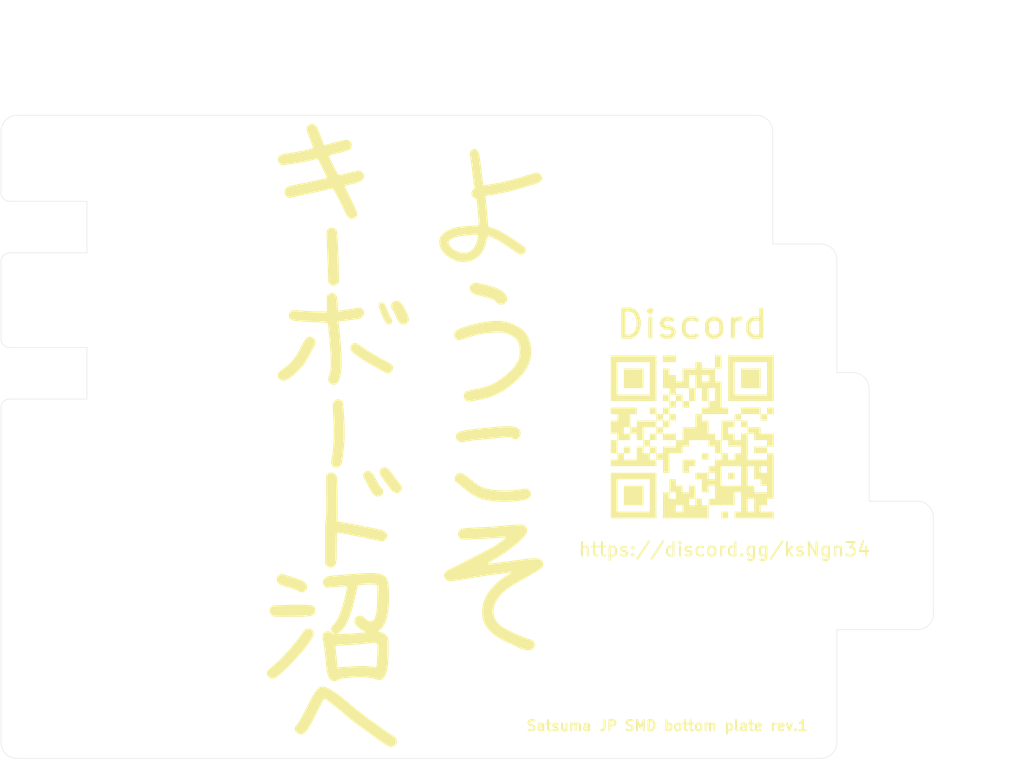
<source format=kicad_pcb>
(kicad_pcb (version 20171130) (host pcbnew 5.1.2-f72e74a~84~ubuntu18.04.1)

  (general
    (thickness 1.6)
    (drawings 37)
    (tracks 0)
    (zones 0)
    (modules 9)
    (nets 1)
  )

  (page A4)
  (layers
    (0 F.Cu signal)
    (31 B.Cu signal)
    (32 B.Adhes user)
    (33 F.Adhes user)
    (34 B.Paste user)
    (35 F.Paste user)
    (36 B.SilkS user)
    (37 F.SilkS user)
    (38 B.Mask user)
    (39 F.Mask user)
    (40 Dwgs.User user)
    (41 Cmts.User user)
    (42 Eco1.User user)
    (43 Eco2.User user)
    (44 Edge.Cuts user)
    (45 Margin user)
    (46 B.CrtYd user)
    (47 F.CrtYd user)
    (48 B.Fab user)
    (49 F.Fab user)
  )

  (setup
    (last_trace_width 0.25)
    (trace_clearance 0.2)
    (zone_clearance 0.508)
    (zone_45_only no)
    (trace_min 0.2)
    (via_size 0.8)
    (via_drill 0.4)
    (via_min_size 0.4)
    (via_min_drill 0.3)
    (uvia_size 0.3)
    (uvia_drill 0.1)
    (uvias_allowed no)
    (uvia_min_size 0.2)
    (uvia_min_drill 0.1)
    (edge_width 0.05)
    (segment_width 0.2)
    (pcb_text_width 0.3)
    (pcb_text_size 1.5 1.5)
    (mod_edge_width 0.12)
    (mod_text_size 1 1)
    (mod_text_width 0.15)
    (pad_size 1.524 1.524)
    (pad_drill 0.762)
    (pad_to_mask_clearance 0.051)
    (solder_mask_min_width 0.25)
    (aux_axis_origin 0 0)
    (grid_origin 80.75 57)
    (visible_elements FFFFFF7F)
    (pcbplotparams
      (layerselection 0x010f0_ffffffff)
      (usegerberextensions true)
      (usegerberattributes false)
      (usegerberadvancedattributes false)
      (creategerberjobfile false)
      (excludeedgelayer true)
      (linewidth 0.100000)
      (plotframeref false)
      (viasonmask false)
      (mode 1)
      (useauxorigin false)
      (hpglpennumber 1)
      (hpglpenspeed 20)
      (hpglpendiameter 15.000000)
      (psnegative false)
      (psa4output false)
      (plotreference true)
      (plotvalue true)
      (plotinvisibletext false)
      (padsonsilk false)
      (subtractmaskfromsilk true)
      (outputformat 1)
      (mirror false)
      (drillshape 0)
      (scaleselection 1)
      (outputdirectory "../gerber-test/pcb/left/"))
  )

  (net 0 "")

  (net_class Default "これはデフォルトのネット クラスです。"
    (clearance 0.2)
    (trace_width 0.25)
    (via_dia 0.8)
    (via_drill 0.4)
    (uvia_dia 0.3)
    (uvia_drill 0.1)
  )

  (net_class Power ""
    (clearance 0.2)
    (trace_width 0.5)
    (via_dia 0.8)
    (via_drill 0.4)
    (uvia_dia 0.3)
    (uvia_drill 0.1)
  )

  (module lib:Discord_invite (layer F.Cu) (tedit 0) (tstamp 5D016054)
    (at 182.875 104.5)
    (fp_text reference G*** (at 0 0) (layer F.SilkS) hide
      (effects (font (size 1.524 1.524) (thickness 0.3)))
    )
    (fp_text value LOGO (at 0.75 0) (layer F.SilkS) hide
      (effects (font (size 1.524 1.524) (thickness 0.3)))
    )
    (fp_poly (pts (xy 10.0965 -7.20725) (xy 7.20725 -7.20725) (xy 7.20725 -10.0965) (xy 10.0965 -10.0965)
      (xy 10.0965 -7.20725)) (layer F.SilkS) (width 0.01))
    (fp_poly (pts (xy -7.20725 -7.20725) (xy -10.0965 -7.20725) (xy -10.0965 -10.0965) (xy -7.20725 -10.0965)
      (xy -7.20725 -7.20725)) (layer F.SilkS) (width 0.01))
    (fp_poly (pts (xy -0.47625 -5.30225) (xy -0.47625 -4.318) (xy -1.42875 -4.318) (xy -1.42875 -5.30225)
      (xy -0.47625 -5.30225)) (layer F.SilkS) (width 0.01))
    (fp_poly (pts (xy -0.47625 -7.20725) (xy 0.47625 -7.20725) (xy 0.47625 -5.30225) (xy -0.47625 -5.30225)
      (xy -0.47625 -7.20725)) (layer F.SilkS) (width 0.01))
    (fp_poly (pts (xy -2.413 -5.30225) (xy -2.413 -6.25475) (xy -1.42875 -6.25475) (xy -1.42875 -5.30225)
      (xy -2.413 -5.30225)) (layer F.SilkS) (width 0.01))
    (fp_poly (pts (xy -7.20725 1.42875) (xy -7.20725 0.47625) (xy -6.25475 0.47625) (xy -6.25475 1.42875)
      (xy -7.20725 1.42875)) (layer F.SilkS) (width 0.01))
    (fp_poly (pts (xy -6.25475 -0.47625) (xy -5.30225 -0.47625) (xy -5.30225 0.47625) (xy -6.25475 0.47625)
      (xy -6.25475 -0.47625)) (layer F.SilkS) (width 0.01))
    (fp_poly (pts (xy -5.30225 -1.42875) (xy -4.318 -1.42875) (xy -4.318 -0.47625) (xy -5.30225 -0.47625)
      (xy -5.30225 -1.42875)) (layer F.SilkS) (width 0.01))
    (fp_poly (pts (xy -4.318 -2.413) (xy -3.3655 -2.413) (xy -3.3655 -1.42875) (xy -4.318 -1.42875)
      (xy -4.318 -2.413)) (layer F.SilkS) (width 0.01))
    (fp_poly (pts (xy -3.3655 -3.3655) (xy -2.413 -3.3655) (xy -2.413 -2.413) (xy -3.3655 -2.413)
      (xy -3.3655 -3.3655)) (layer F.SilkS) (width 0.01))
    (fp_poly (pts (xy -2.413 0.47625) (xy -4.318 0.47625) (xy -4.318 -0.47625) (xy -2.413 -0.47625)
      (xy -2.413 0.47625)) (layer F.SilkS) (width 0.01))
    (fp_poly (pts (xy -5.30225 1.42875) (xy -5.30225 2.413) (xy -6.25475 2.413) (xy -6.25475 1.42875)
      (xy -5.30225 1.42875)) (layer F.SilkS) (width 0.01))
    (fp_poly (pts (xy -9.144 2.413) (xy -10.0965 2.413) (xy -10.0965 1.42875) (xy -9.144 1.42875)
      (xy -9.144 2.413)) (layer F.SilkS) (width 0.01))
    (fp_poly (pts (xy 6.25475 6.25475) (xy 5.30225 6.25475) (xy 5.30225 5.30225) (xy 6.25475 5.30225)
      (xy 6.25475 6.25475)) (layer F.SilkS) (width 0.01))
    (fp_poly (pts (xy -7.20725 10.0965) (xy -10.0965 10.0965) (xy -10.0965 7.20725) (xy -7.20725 7.20725)
      (xy -7.20725 10.0965)) (layer F.SilkS) (width 0.01))
    (fp_poly (pts (xy -2.413 -11.049) (xy -4.318 -11.049) (xy -4.318 -12.03325) (xy -2.413 -12.03325)
      (xy -2.413 -11.049)) (layer F.SilkS) (width 0.01))
    (fp_poly (pts (xy 12.03325 -5.30225) (xy 5.30225 -5.30225) (xy 5.30225 -11.049) (xy 6.25475 -11.049)
      (xy 6.25475 -6.25475) (xy 11.049 -6.25475) (xy 11.049 -11.049) (xy 6.25475 -11.049)
      (xy 5.30225 -11.049) (xy 5.30225 -12.03325) (xy 12.03325 -12.03325) (xy 12.03325 -5.30225)) (layer F.SilkS) (width 0.01))
    (fp_poly (pts (xy -5.30225 -5.30225) (xy -12.03325 -5.30225) (xy -12.03325 -11.049) (xy -11.049 -11.049)
      (xy -11.049 -6.25475) (xy -6.25475 -6.25475) (xy -6.25475 -11.049) (xy -11.049 -11.049)
      (xy -12.03325 -11.049) (xy -12.03325 -12.03325) (xy -5.30225 -12.03325) (xy -5.30225 -5.30225)) (layer F.SilkS) (width 0.01))
    (fp_poly (pts (xy 2.413 3.3655) (xy 1.42875 3.3655) (xy 1.42875 2.413) (xy 2.413 2.413)
      (xy 2.413 3.3655)) (layer F.SilkS) (width 0.01))
    (fp_poly (pts (xy 0.47625 4.318) (xy -0.47625 4.318) (xy -0.47625 5.30225) (xy -1.42875 5.30225)
      (xy -1.42875 3.3655) (xy 0.47625 3.3655) (xy 0.47625 4.318)) (layer F.SilkS) (width 0.01))
    (fp_poly (pts (xy 5.30225 12.03325) (xy 4.318 12.03325) (xy 4.318 11.049) (xy 5.30225 11.049)
      (xy 5.30225 12.03325)) (layer F.SilkS) (width 0.01))
    (fp_poly (pts (xy 11.049 -2.413) (xy 10.0965 -2.413) (xy 10.0965 -3.3655) (xy 11.049 -3.3655)
      (xy 11.049 -2.413)) (layer F.SilkS) (width 0.01))
    (fp_poly (pts (xy 7.20725 -3.3655) (xy 7.20725 -4.318) (xy 10.0965 -4.318) (xy 10.0965 -3.3655)
      (xy 7.20725 -3.3655)) (layer F.SilkS) (width 0.01))
    (fp_poly (pts (xy 7.20725 -2.413) (xy 6.25475 -2.413) (xy 6.25475 -3.3655) (xy 7.20725 -3.3655)
      (xy 7.20725 -2.413)) (layer F.SilkS) (width 0.01))
    (fp_poly (pts (xy 6.25475 -1.42875) (xy 5.30225 -1.42875) (xy 5.30225 -0.47625) (xy 6.25475 -0.47625)
      (xy 6.25475 0.47625) (xy 7.20725 0.47625) (xy 7.20725 -0.47625) (xy 8.1915 -0.47625)
      (xy 8.1915 3.3655) (xy 11.049 3.3655) (xy 11.049 2.413) (xy 9.144 2.413)
      (xy 9.144 1.42875) (xy 11.049 1.42875) (xy 11.049 0.47625) (xy 9.144 0.47625)
      (xy 9.144 -0.47625) (xy 8.1915 -0.47625) (xy 8.1915 -1.42875) (xy 10.0965 -1.42875)
      (xy 10.0965 -0.47625) (xy 12.03325 -0.47625) (xy 12.03325 1.42875) (xy 11.049 1.42875)
      (xy 11.049 2.413) (xy 12.03325 2.413) (xy 12.03325 9.144) (xy 11.049 9.144)
      (xy 11.049 10.0965) (xy 10.0965 10.0965) (xy 10.0965 11.049) (xy 12.03325 11.049)
      (xy 12.03325 12.03325) (xy 6.25475 12.03325) (xy 6.25475 11.049) (xy 7.20725 11.049)
      (xy 7.20725 9.144) (xy 8.1915 9.144) (xy 8.1915 11.049) (xy 9.144 11.049)
      (xy 9.144 9.144) (xy 8.1915 9.144) (xy 7.20725 9.144) (xy 7.20725 8.1915)
      (xy 6.25475 8.1915) (xy 6.25475 10.0965) (xy 2.413 10.0965) (xy 2.413 9.144)
      (xy 3.3655 9.144) (xy 3.3655 7.20725) (xy 2.413 7.20725) (xy 2.413 8.1915)
      (xy 1.42875 8.1915) (xy 1.42875 6.25475) (xy 0.47625 6.25475) (xy 0.47625 5.30225)
      (xy 2.413 5.30225) (xy 2.413 6.25475) (xy 3.3655 6.25475) (xy 3.3655 5.30225)
      (xy 2.413 5.30225) (xy 2.413 4.318) (xy 3.3655 4.318) (xy 4.318 4.318)
      (xy 4.318 7.20725) (xy 7.20725 7.20725) (xy 7.20725 4.318) (xy 8.1915 4.318)
      (xy 8.1915 7.20725) (xy 9.144 7.20725) (xy 9.144 8.1915) (xy 11.049 8.1915)
      (xy 11.049 7.20725) (xy 10.0965 7.20725) (xy 10.0965 6.25475) (xy 9.144 6.25475)
      (xy 9.144 4.318) (xy 10.0965 4.318) (xy 10.0965 5.30225) (xy 11.049 5.30225)
      (xy 11.049 4.318) (xy 10.0965 4.318) (xy 9.144 4.318) (xy 8.1915 4.318)
      (xy 7.20725 4.318) (xy 4.318 4.318) (xy 3.3655 4.318) (xy 3.3655 3.3655)
      (xy 4.318 3.3655) (xy 4.318 2.413) (xy 3.3655 2.413) (xy 3.3655 1.42875)
      (xy 2.413 1.42875) (xy 2.413 0.47625) (xy -0.47625 0.47625) (xy -0.47625 1.42875)
      (xy -1.42875 1.42875) (xy -1.42875 2.413) (xy -3.3655 2.413) (xy -3.3655 5.30225)
      (xy -4.318 5.30225) (xy -4.318 3.3655) (xy -5.30225 3.3655) (xy -5.30225 4.318)
      (xy -12.03325 4.318) (xy -12.03325 3.3655) (xy -11.049 3.3655) (xy -11.049 2.413)
      (xy -12.03325 2.413) (xy -12.03325 0.47625) (xy -11.049 0.47625) (xy -11.049 2.413)
      (xy -10.0965 2.413) (xy -10.0965 3.3655) (xy -8.1915 3.3655) (xy -8.1915 1.42875)
      (xy -7.20725 1.42875) (xy -7.20725 2.413) (xy -6.25475 2.413) (xy -6.25475 3.3655)
      (xy -5.30225 3.3655) (xy -5.30225 2.413) (xy -4.318 2.413) (xy -4.318 1.42875)
      (xy -2.413 1.42875) (xy -2.413 0.47625) (xy -1.42875 0.47625) (xy -1.42875 -1.42875)
      (xy 0.47625 -1.42875) (xy 0.47625 -3.3655) (xy 1.42875 -3.3655) (xy 1.42875 -4.318)
      (xy 2.413 -4.318) (xy 2.413 -5.30225) (xy 1.42875 -5.30225) (xy 1.42875 -7.20725)
      (xy 2.413 -7.20725) (xy 2.413 -5.30225) (xy 3.3655 -5.30225) (xy 3.3655 -7.20725)
      (xy 2.413 -7.20725) (xy 1.42875 -7.20725) (xy 0.47625 -7.20725) (xy 0.47625 -9.144)
      (xy 1.42875 -9.144) (xy 1.42875 -8.1915) (xy 2.413 -8.1915) (xy 2.413 -9.144)
      (xy 1.42875 -9.144) (xy 0.47625 -9.144) (xy -0.47625 -9.144) (xy -0.47625 -7.20725)
      (xy -2.413 -7.20725) (xy -2.413 -6.25475) (xy -3.3655 -6.25475) (xy -3.3655 -5.30225)
      (xy -2.413 -5.30225) (xy -2.413 -4.318) (xy -3.3655 -4.318) (xy -3.3655 -3.3655)
      (xy -4.318 -3.3655) (xy -4.318 -2.413) (xy -5.30225 -2.413) (xy -5.30225 -1.42875)
      (xy -7.20725 -1.42875) (xy -7.20725 0.47625) (xy -8.1915 0.47625) (xy -8.1915 -0.47625)
      (xy -9.144 -0.47625) (xy -9.144 0.47625) (xy -11.049 0.47625) (xy -11.049 -0.47625)
      (xy -12.03325 -0.47625) (xy -12.03325 -1.42875) (xy -10.0965 -1.42875) (xy -10.0965 -0.47625)
      (xy -9.144 -0.47625) (xy -9.144 -1.42875) (xy -10.0965 -1.42875) (xy -12.03325 -1.42875)
      (xy -12.03325 -2.413) (xy -11.049 -2.413) (xy -11.049 -3.3655) (xy -12.03325 -3.3655)
      (xy -12.03325 -4.318) (xy -8.1915 -4.318) (xy -8.1915 -3.3655) (xy -9.144 -3.3655)
      (xy -9.144 -1.42875) (xy -8.1915 -1.42875) (xy -8.1915 -2.413) (xy -5.30225 -2.413)
      (xy -5.30225 -3.3655) (xy -4.318 -3.3655) (xy -4.318 -4.318) (xy -3.3655 -4.318)
      (xy -3.3655 -5.30225) (xy -4.318 -5.30225) (xy -4.318 -6.25475) (xy -3.3655 -6.25475)
      (xy -3.3655 -7.20725) (xy -4.318 -7.20725) (xy -4.318 -10.0965) (xy -3.3655 -10.0965)
      (xy -3.3655 -9.144) (xy -2.413 -9.144) (xy -2.413 -8.1915) (xy -1.42875 -8.1915)
      (xy -1.42875 -10.0965) (xy 0.47625 -10.0965) (xy 0.47625 -11.049) (xy 1.42875 -11.049)
      (xy 1.42875 -10.0965) (xy 3.3655 -10.0965) (xy 3.3655 -8.1915) (xy 4.318 -8.1915)
      (xy 4.318 -4.318) (xy 5.30225 -4.318) (xy 5.30225 -3.3655) (xy 1.42875 -3.3655)
      (xy 1.42875 -2.413) (xy 2.413 -2.413) (xy 2.413 -0.47625) (xy 3.3655 -0.47625)
      (xy 3.3655 0.47625) (xy 4.318 0.47625) (xy 4.318 2.413) (xy 5.30225 2.413)
      (xy 5.30225 3.3655) (xy 6.25475 3.3655) (xy 6.25475 2.413) (xy 7.20725 2.413)
      (xy 7.20725 1.42875) (xy 5.30225 1.42875) (xy 5.30225 0.47625) (xy 4.318 0.47625)
      (xy 4.318 -2.413) (xy 6.25475 -2.413) (xy 6.25475 -1.42875)) (layer F.SilkS) (width 0.01))
    (fp_poly (pts (xy 11.049 -4.318) (xy 12.03325 -4.318) (xy 12.03325 -3.3655) (xy 11.049 -3.3655)
      (xy 11.049 -4.318)) (layer F.SilkS) (width 0.01))
    (fp_poly (pts (xy 1.42875 9.144) (xy 1.42875 10.0965) (xy 2.413 10.0965) (xy 2.413 12.03325)
      (xy -4.318 12.03325) (xy -4.318 10.0965) (xy -2.413 10.0965) (xy -2.413 11.049)
      (xy -1.42875 11.049) (xy -1.42875 10.0965) (xy -2.413 10.0965) (xy -4.318 10.0965)
      (xy -4.318 8.1915) (xy -3.3655 8.1915) (xy -3.3655 9.144) (xy -2.413 9.144)
      (xy -0.47625 9.144) (xy -0.47625 10.0965) (xy 0.47625 10.0965) (xy 0.47625 9.144)
      (xy -0.47625 9.144) (xy -2.413 9.144) (xy -2.413 8.1915) (xy -3.3655 8.1915)
      (xy -3.3655 6.25475) (xy -2.413 6.25475) (xy -2.413 7.20725) (xy -1.42875 7.20725)
      (xy -1.42875 8.1915) (xy -0.47625 8.1915) (xy -0.47625 7.20725) (xy 0.47625 7.20725)
      (xy 0.47625 9.144) (xy 1.42875 9.144)) (layer F.SilkS) (width 0.01))
    (fp_poly (pts (xy 7.20725 -1.42875) (xy 7.20725 -2.413) (xy 8.1915 -2.413) (xy 8.1915 -1.42875)
      (xy 7.20725 -1.42875)) (layer F.SilkS) (width 0.01))
    (fp_poly (pts (xy 3.3655 -12.03325) (xy 4.318 -12.03325) (xy 4.318 -10.0965) (xy 3.3655 -10.0965)
      (xy 3.3655 -12.03325)) (layer F.SilkS) (width 0.01))
    (fp_poly (pts (xy -6.25475 -3.3655) (xy -6.25475 -4.318) (xy -5.30225 -4.318) (xy -5.30225 -3.3655)
      (xy -6.25475 -3.3655)) (layer F.SilkS) (width 0.01))
    (fp_poly (pts (xy -5.30225 12.03325) (xy -12.03325 12.03325) (xy -12.03325 6.25475) (xy -11.049 6.25475)
      (xy -11.049 11.049) (xy -6.25475 11.049) (xy -6.25475 6.25475) (xy -11.049 6.25475)
      (xy -12.03325 6.25475) (xy -12.03325 5.30225) (xy -5.30225 5.30225) (xy -5.30225 12.03325)) (layer F.SilkS) (width 0.01))
  )

  (module lib:welcome_to_keyboard_swamp (layer F.Cu) (tedit 0) (tstamp 5CFFD6B0)
    (at 137.795 104.775)
    (fp_text reference G*** (at 0 0) (layer F.SilkS) hide
      (effects (font (size 1.524 1.524) (thickness 0.3)))
    )
    (fp_text value LOGO (at 0.75 0) (layer F.SilkS) hide
      (effects (font (size 1.524 1.524) (thickness 0.3)))
    )
    (fp_poly (pts (xy -10.778313 -46.438151) (xy -10.663187 -46.380643) (xy -10.560689 -46.29913) (xy -10.46014 -46.173441)
      (xy -10.350858 -45.983403) (xy -10.222161 -45.708845) (xy -10.06337 -45.329597) (xy -9.863803 -44.825486)
      (xy -9.698536 -44.398953) (xy -9.303271 -43.374239) (xy -7.847802 -43.754245) (xy -7.225331 -43.91565)
      (xy -6.743911 -44.035622) (xy -6.381009 -44.116478) (xy -6.11409 -44.160534) (xy -5.920623 -44.170108)
      (xy -5.778073 -44.147516) (xy -5.663909 -44.095075) (xy -5.555595 -44.015102) (xy -5.528708 -43.992693)
      (xy -5.346838 -43.790816) (xy -5.233388 -43.575115) (xy -5.224746 -43.540783) (xy -5.233885 -43.250704)
      (xy -5.337164 -42.943376) (xy -5.503862 -42.707204) (xy -5.518969 -42.694071) (xy -5.639993 -42.64007)
      (xy -5.896181 -42.556099) (xy -6.257846 -42.450876) (xy -6.6953 -42.333122) (xy -7.077251 -42.236403)
      (xy -7.548052 -42.118145) (xy -7.96152 -42.009994) (xy -8.28956 -41.919644) (xy -8.504078 -41.85479)
      (xy -8.575569 -41.826029) (xy -8.561346 -41.735818) (xy -8.480561 -41.525729) (xy -8.347637 -41.224602)
      (xy -8.176993 -40.861271) (xy -7.983052 -40.464575) (xy -7.780234 -40.06335) (xy -7.582961 -39.686432)
      (xy -7.405652 -39.36266) (xy -7.26273 -39.12087) (xy -7.168615 -38.989898) (xy -7.150137 -38.975674)
      (xy -7.034025 -38.981708) (xy -6.787037 -39.025908) (xy -6.44156 -39.10151) (xy -6.029983 -39.201752)
      (xy -5.871882 -39.242566) (xy -5.411182 -39.359017) (xy -4.972694 -39.46223) (xy -4.600067 -39.542439)
      (xy -4.336948 -39.589875) (xy -4.296146 -39.595165) (xy -4.038365 -39.612089) (xy -3.870059 -39.571436)
      (xy -3.714244 -39.446701) (xy -3.639979 -39.369264) (xy -3.434273 -39.051399) (xy -3.395206 -38.711134)
      (xy -3.512462 -38.356329) (xy -3.654448 -38.186564) (xy -3.906812 -38.028028) (xy -4.284391 -37.874629)
      (xy -4.802021 -37.720273) (xy -5.430335 -37.568685) (xy -5.779826 -37.484037) (xy -6.057437 -37.404096)
      (xy -6.228158 -37.339704) (xy -6.265333 -37.310129) (xy -6.228835 -37.213116) (xy -6.128219 -36.993423)
      (xy -5.976805 -36.678957) (xy -5.787914 -36.297628) (xy -5.678923 -36.081433) (xy -5.303278 -35.337461)
      (xy -5.000876 -34.727596) (xy -4.766615 -34.235823) (xy -4.595397 -33.846126) (xy -4.482122 -33.542492)
      (xy -4.421691 -33.308906) (xy -4.409004 -33.129352) (xy -4.438962 -32.987816) (xy -4.506464 -32.868283)
      (xy -4.606412 -32.754739) (xy -4.616404 -32.744686) (xy -4.921475 -32.535351) (xy -5.276242 -32.482227)
      (xy -5.39099 -32.49426) (xy -5.614097 -32.587613) (xy -5.835276 -32.807808) (xy -6.064961 -33.168233)
      (xy -6.30943 -33.672834) (xy -6.506148 -34.103929) (xy -6.731898 -34.573466) (xy -6.974142 -35.058059)
      (xy -7.220343 -35.534321) (xy -7.457961 -35.978865) (xy -7.674459 -36.368306) (xy -7.8573 -36.679257)
      (xy -7.993945 -36.888332) (xy -8.071856 -36.972143) (xy -8.078327 -36.972263) (xy -8.205963 -36.937228)
      (xy -8.472132 -36.87317) (xy -8.849689 -36.786053) (xy -9.31149 -36.681845) (xy -9.83039 -36.566513)
      (xy -10.379243 -36.446022) (xy -10.930904 -36.326339) (xy -11.458228 -36.213431) (xy -11.934071 -36.113263)
      (xy -12.331286 -36.031803) (xy -12.573 -35.984343) (xy -12.999907 -35.898273) (xy -13.41042 -35.806726)
      (xy -13.748626 -35.722606) (xy -13.910571 -35.675648) (xy -14.193719 -35.607948) (xy -14.446146 -35.587454)
      (xy -14.531621 -35.597601) (xy -14.834635 -35.750932) (xy -15.045049 -36.008049) (xy -15.150398 -36.32452)
      (xy -15.138218 -36.655915) (xy -14.996043 -36.957803) (xy -14.933215 -37.029027) (xy -14.82041 -37.130576)
      (xy -14.690656 -37.214853) (xy -14.51832 -37.289931) (xy -14.277769 -37.363881) (xy -13.943371 -37.444773)
      (xy -13.489491 -37.540679) (xy -12.996333 -37.638907) (xy -12.521991 -37.734631) (xy -11.941529 -37.855622)
      (xy -11.313897 -37.989378) (xy -10.698043 -38.1234) (xy -10.401049 -38.189264) (xy -9.921334 -38.29602)
      (xy -9.501064 -38.388658) (xy -9.167166 -38.461315) (xy -8.946567 -38.508129) (xy -8.866724 -38.523333)
      (xy -8.892 -38.594147) (xy -8.979711 -38.787641) (xy -9.115861 -39.075392) (xy -9.286453 -39.428978)
      (xy -9.477491 -39.819976) (xy -9.674978 -40.219963) (xy -9.864918 -40.600518) (xy -10.033313 -40.933218)
      (xy -10.166167 -41.18964) (xy -10.249484 -41.341362) (xy -10.268035 -41.368924) (xy -10.359025 -41.361146)
      (xy -10.562518 -41.307434) (xy -10.797299 -41.231875) (xy -11.056542 -41.158888) (xy -11.449266 -41.068571)
      (xy -11.941241 -40.966976) (xy -12.498237 -40.860155) (xy -13.086023 -40.754161) (xy -13.670371 -40.655046)
      (xy -14.217048 -40.568861) (xy -14.691827 -40.50166) (xy -15.060475 -40.459494) (xy -15.228928 -40.448322)
      (xy -15.507705 -40.451231) (xy -15.687398 -40.497182) (xy -15.837378 -40.612) (xy -15.927428 -40.708361)
      (xy -16.124692 -41.016761) (xy -16.158712 -41.33361) (xy -16.074935 -41.605602) (xy -15.877299 -41.83656)
      (xy -15.523674 -42.007589) (xy -15.016956 -42.117318) (xy -14.986 -42.121382) (xy -14.417956 -42.200856)
      (xy -13.824595 -42.296181) (xy -13.229311 -42.402321) (xy -12.655494 -42.514239) (xy -12.126539 -42.626898)
      (xy -11.665837 -42.735261) (xy -11.29678 -42.834292) (xy -11.042762 -42.918952) (xy -10.927175 -42.984206)
      (xy -10.922629 -42.996304) (xy -10.952275 -43.090341) (xy -11.033898 -43.314424) (xy -11.157191 -43.641135)
      (xy -11.311845 -44.043058) (xy -11.434428 -44.357501) (xy -11.64375 -44.904808) (xy -11.787287 -45.322097)
      (xy -11.867911 -45.634144) (xy -11.888493 -45.865721) (xy -11.851903 -46.041603) (xy -11.761014 -46.186564)
      (xy -11.658441 -46.290347) (xy -11.344324 -46.480754) (xy -11.00287 -46.504551) (xy -10.778313 -46.438151)) (layer F.SilkS) (width 0.01))
    (fp_poly (pts (xy 13.02954 -42.813304) (xy 13.30879 -42.660365) (xy 13.319259 -42.650833) (xy 13.417454 -42.536163)
      (xy 13.50074 -42.376806) (xy 13.57402 -42.151191) (xy 13.6422 -41.837747) (xy 13.710183 -41.414905)
      (xy 13.782873 -40.861092) (xy 13.843789 -40.343666) (xy 13.91125 -39.773648) (xy 13.98195 -39.213146)
      (xy 14.052214 -38.687788) (xy 14.11837 -38.223203) (xy 14.176742 -37.84502) (xy 14.223658 -37.578869)
      (xy 14.255444 -37.450378) (xy 14.259505 -37.443606) (xy 14.348858 -37.447435) (xy 14.577935 -37.477248)
      (xy 14.919815 -37.528982) (xy 15.347575 -37.598576) (xy 15.802654 -37.676429) (xy 16.928175 -37.899204)
      (xy 18.147423 -38.191345) (xy 19.477829 -38.557374) (xy 20.936824 -39.001816) (xy 21.060784 -39.041266)
      (xy 21.490585 -39.176622) (xy 21.793539 -39.264081) (xy 22.003582 -39.308871) (xy 22.154653 -39.316221)
      (xy 22.280687 -39.291361) (xy 22.397331 -39.247204) (xy 22.679801 -39.052865) (xy 22.824573 -38.816196)
      (xy 22.900093 -38.60003) (xy 22.896874 -38.433196) (xy 22.811238 -38.22208) (xy 22.800359 -38.199743)
      (xy 22.731364 -38.072538) (xy 22.648393 -37.973513) (xy 22.522447 -37.88731) (xy 22.324527 -37.798571)
      (xy 22.025635 -37.691937) (xy 21.596771 -37.55205) (xy 21.547667 -37.536298) (xy 19.854844 -37.0198)
      (xy 18.296116 -36.598979) (xy 16.866717 -36.272604) (xy 16.101417 -36.127207) (xy 14.549834 -35.856333)
      (xy 14.588916 -35.475333) (xy 14.607377 -35.278563) (xy 14.636883 -34.943949) (xy 14.674786 -34.502426)
      (xy 14.718441 -33.984927) (xy 14.765202 -33.422388) (xy 14.781744 -33.221408) (xy 14.935489 -31.348482)
      (xy 15.447578 -31.195358) (xy 15.997153 -30.994552) (xy 16.631772 -30.701178) (xy 17.310765 -30.33611)
      (xy 17.993461 -29.920225) (xy 18.20805 -29.778479) (xy 18.609001 -29.508793) (xy 19.033676 -29.224202)
      (xy 19.418657 -28.967163) (xy 19.600334 -28.846397) (xy 19.970114 -28.597703) (xy 20.220248 -28.414976)
      (xy 20.373973 -28.273308) (xy 20.454529 -28.147795) (xy 20.485153 -28.013531) (xy 20.489334 -27.893624)
      (xy 20.429856 -27.597513) (xy 20.265304 -27.385624) (xy 20.055131 -27.23404) (xy 19.835973 -27.181098)
      (xy 19.580508 -27.232339) (xy 19.261415 -27.393304) (xy 18.85137 -27.669533) (xy 18.845912 -27.673479)
      (xy 17.981314 -28.285034) (xy 17.230364 -28.785994) (xy 16.583795 -29.182239) (xy 16.03234 -29.479645)
      (xy 15.89315 -29.546269) (xy 15.478271 -29.739773) (xy 15.191111 -29.861612) (xy 15.002284 -29.903299)
      (xy 14.882403 -29.856347) (xy 14.802082 -29.712269) (xy 14.731933 -29.462576) (xy 14.666079 -29.191869)
      (xy 14.551653 -28.776766) (xy 14.417481 -28.356976) (xy 14.287707 -28.006547) (xy 14.253399 -27.926363)
      (xy 13.96554 -27.448619) (xy 13.559013 -26.993181) (xy 13.082573 -26.607717) (xy 12.664938 -26.373291)
      (xy 12.204771 -26.226388) (xy 11.657466 -26.137149) (xy 11.097606 -26.11304) (xy 10.599776 -26.161531)
      (xy 10.583334 -26.164853) (xy 10.12947 -26.304837) (xy 9.621251 -26.534909) (xy 9.120574 -26.822031)
      (xy 8.689334 -27.133168) (xy 8.566687 -27.241223) (xy 8.171029 -27.699648) (xy 7.889758 -28.20789)
      (xy 7.731711 -28.735066) (xy 7.716729 -29.032153) (xy 9.059334 -29.032153) (xy 9.137901 -28.713961)
      (xy 9.355299 -28.387446) (xy 9.684071 -28.076258) (xy 10.096759 -27.804045) (xy 10.565906 -27.594458)
      (xy 10.814852 -27.520097) (xy 11.175366 -27.475433) (xy 11.584794 -27.490848) (xy 11.965472 -27.559481)
      (xy 12.184074 -27.641058) (xy 12.575405 -27.928947) (xy 12.906113 -28.330353) (xy 13.10827 -28.72963)
      (xy 13.230436 -29.091469) (xy 13.332461 -29.450291) (xy 13.405392 -29.767099) (xy 13.440275 -30.002898)
      (xy 13.428157 -30.118692) (xy 13.427395 -30.119493) (xy 13.312255 -30.144349) (xy 13.061967 -30.147455)
      (xy 12.708873 -30.131981) (xy 12.285315 -30.101093) (xy 11.823635 -30.057958) (xy 11.356176 -30.005745)
      (xy 10.915279 -29.94762) (xy 10.533286 -29.886751) (xy 10.24254 -29.826305) (xy 10.143418 -29.79788)
      (xy 9.709933 -29.623138) (xy 9.368367 -29.426589) (xy 9.143326 -29.225611) (xy 9.059413 -29.037584)
      (xy 9.059334 -29.032153) (xy 7.716729 -29.032153) (xy 7.705727 -29.250292) (xy 7.820642 -29.722683)
      (xy 7.84264 -29.7715) (xy 8.082516 -30.115035) (xy 8.456927 -30.4515) (xy 8.931727 -30.758966)
      (xy 9.47277 -31.015506) (xy 10.045912 -31.199189) (xy 10.077346 -31.206662) (xy 10.397 -31.265625)
      (xy 10.838662 -31.326135) (xy 11.355117 -31.383626) (xy 11.89915 -31.433531) (xy 12.423546 -31.471283)
      (xy 12.88109 -31.492315) (xy 13.059834 -31.495126) (xy 13.339702 -31.503788) (xy 13.488082 -31.536131)
      (xy 13.542377 -31.603619) (xy 13.546128 -31.644166) (xy 13.538343 -31.8174) (xy 13.517638 -32.122086)
      (xy 13.486939 -32.524218) (xy 13.449171 -32.989792) (xy 13.407259 -33.484801) (xy 13.364128 -33.975241)
      (xy 13.322703 -34.427105) (xy 13.28591 -34.806387) (xy 13.256674 -35.079083) (xy 13.240233 -35.200166)
      (xy 13.168869 -35.398365) (xy 13.065294 -35.475333) (xy 13.065065 -35.475333) (xy 12.893178 -35.5443)
      (xy 12.702335 -35.714976) (xy 12.539339 -35.933027) (xy 12.450988 -36.144118) (xy 12.446 -36.194053)
      (xy 12.525795 -36.55383) (xy 12.746438 -36.867153) (xy 12.795354 -36.911161) (xy 12.890408 -37.02285)
      (xy 12.909371 -37.171437) (xy 12.869943 -37.389128) (xy 12.835872 -37.576777) (xy 12.786877 -37.901794)
      (xy 12.727193 -38.333301) (xy 12.66105 -38.84042) (xy 12.592681 -39.392274) (xy 12.574009 -39.548128)
      (xy 12.505135 -40.107655) (xy 12.436265 -40.631631) (xy 12.371823 -41.088988) (xy 12.316233 -41.448659)
      (xy 12.27392 -41.679578) (xy 12.265282 -41.716063) (xy 12.212293 -42.128942) (xy 12.297658 -42.458214)
      (xy 12.46299 -42.669657) (xy 12.731966 -42.816745) (xy 13.02954 -42.813304)) (layer F.SilkS) (width 0.01))
    (fp_poly (pts (xy -7.829249 -31.131263) (xy -7.561135 -30.940472) (xy -7.502174 -30.863119) (xy -7.439679 -30.688264)
      (xy -7.382571 -30.361143) (xy -7.330684 -29.879194) (xy -7.283848 -29.239852) (xy -7.241896 -28.440554)
      (xy -7.204659 -27.478738) (xy -7.17197 -26.351838) (xy -7.153436 -25.546553) (xy -7.102201 -23.110773)
      (xy -7.354588 -22.858386) (xy -7.661571 -22.647597) (xy -7.982635 -22.598996) (xy -8.293618 -22.712571)
      (xy -8.465679 -22.858943) (xy -8.701963 -23.111886) (xy -8.751571 -24.869776) (xy -8.771491 -25.522105)
      (xy -8.797129 -26.281642) (xy -8.826244 -27.086448) (xy -8.856593 -27.874584) (xy -8.885935 -28.584113)
      (xy -8.886426 -28.595467) (xy -8.914467 -29.278704) (xy -8.930211 -29.813613) (xy -8.930427 -30.220958)
      (xy -8.911883 -30.521501) (xy -8.871348 -30.736006) (xy -8.80559 -30.885235) (xy -8.711377 -30.989951)
      (xy -8.585477 -31.070918) (xy -8.494045 -31.116422) (xy -8.157805 -31.194404) (xy -7.829249 -31.131263)) (layer F.SilkS) (width 0.01))
    (fp_poly (pts (xy 13.297293 -23.029519) (xy 13.641126 -22.966938) (xy 13.760088 -22.942629) (xy 14.733393 -22.717594)
      (xy 15.577997 -22.473302) (xy 16.283413 -22.213549) (xy 16.839151 -21.942133) (xy 17.192115 -21.699984)
      (xy 17.443128 -21.422246) (xy 17.633505 -21.085766) (xy 17.737791 -20.746897) (xy 17.738105 -20.49133)
      (xy 17.584755 -20.151479) (xy 17.313377 -19.918552) (xy 16.952789 -19.815149) (xy 16.871903 -19.812)
      (xy 16.643961 -19.826494) (xy 16.468351 -19.890293) (xy 16.284897 -20.033875) (xy 16.129404 -20.188064)
      (xy 15.933686 -20.373333) (xy 15.736223 -20.512616) (xy 15.490469 -20.630463) (xy 15.149874 -20.751426)
      (xy 14.930456 -20.820444) (xy 14.480168 -20.950766) (xy 13.995708 -21.07799) (xy 13.558708 -21.181064)
      (xy 13.419667 -21.209996) (xy 13.055484 -21.29072) (xy 12.807715 -21.375326) (xy 12.624534 -21.486922)
      (xy 12.467167 -21.634706) (xy 12.252718 -21.961159) (xy 12.193673 -22.296375) (xy 12.283866 -22.609063)
      (xy 12.517133 -22.867931) (xy 12.733987 -22.988969) (xy 12.888046 -23.038533) (xy 13.06104 -23.052717)
      (xy 13.297293 -23.029519)) (layer F.SilkS) (width 0.01))
    (fp_poly (pts (xy 1.652359 -20.359771) (xy 1.902496 -20.21498) (xy 2.151878 -19.955134) (xy 2.414432 -19.565075)
      (xy 2.704084 -19.029643) (xy 2.766588 -18.903582) (xy 2.99704 -18.411392) (xy 3.144499 -18.034562)
      (xy 3.215329 -17.744616) (xy 3.215896 -17.513077) (xy 3.152562 -17.311467) (xy 3.131665 -17.270128)
      (xy 3.000223 -17.131232) (xy 2.786457 -16.990822) (xy 2.560203 -16.887737) (xy 2.394553 -16.860197)
      (xy 2.264298 -16.88459) (xy 2.149496 -16.90689) (xy 1.897553 -17.03891) (xy 1.650724 -17.327906)
      (xy 1.418326 -17.761572) (xy 1.320329 -18.002259) (xy 1.171217 -18.35334) (xy 0.999582 -18.689538)
      (xy 0.845661 -18.933592) (xy 0.637684 -19.31023) (xy 0.592333 -19.668274) (xy 0.709658 -19.996632)
      (xy 0.840154 -20.157179) (xy 1.09415 -20.346105) (xy 1.374114 -20.404581) (xy 1.387541 -20.404666)
      (xy 1.652359 -20.359771)) (layer F.SilkS) (width 0.01))
    (fp_poly (pts (xy -0.578988 -20.123754) (xy -0.440651 -20.027787) (xy -0.307766 -19.839915) (xy -0.164753 -19.537294)
      (xy 0.003965 -19.097074) (xy 0.03064 -19.022838) (xy 0.179193 -18.638473) (xy 0.336064 -18.283889)
      (xy 0.477881 -18.009821) (xy 0.544857 -17.906654) (xy 0.684781 -17.664822) (xy 0.758595 -17.423383)
      (xy 0.762 -17.375438) (xy 0.691923 -17.10096) (xy 0.510448 -16.92004) (xy 0.260708 -16.857)
      (xy -0.01416 -16.936163) (xy -0.015567 -16.936981) (xy -0.168073 -17.088876) (xy -0.352268 -17.370093)
      (xy -0.550703 -17.747906) (xy -0.745925 -18.18959) (xy -0.894078 -18.584333) (xy -1.009246 -18.904462)
      (xy -1.111798 -19.164305) (xy -1.18437 -19.320671) (xy -1.19869 -19.3421) (xy -1.248433 -19.477031)
      (xy -1.269976 -19.6917) (xy -1.27 -19.698954) (xy -1.205687 -19.958839) (xy -1.012539 -20.109028)
      (xy -0.738355 -20.150666) (xy -0.578988 -20.123754)) (layer F.SilkS) (width 0.01))
    (fp_poly (pts (xy -4.256419 -13.995174) (xy -4.023615 -13.82007) (xy -3.76931 -13.622442) (xy -3.387599 -13.360853)
      (xy -2.90147 -13.049155) (xy -2.333913 -12.701202) (xy -1.707915 -12.330848) (xy -1.046467 -11.951945)
      (xy -0.372557 -11.578347) (xy 0.242944 -11.248996) (xy 0.621678 -11.003397) (xy 0.837365 -10.7435)
      (xy 0.896283 -10.456712) (xy 0.804711 -10.130439) (xy 0.802683 -10.126146) (xy 0.590795 -9.848555)
      (xy 0.295773 -9.68292) (xy 0.095032 -9.652) (xy -0.066248 -9.689762) (xy -0.30402 -9.785589)
      (xy -0.430151 -9.847385) (xy -0.856712 -10.076581) (xy -1.383817 -10.369634) (xy -1.967916 -10.701461)
      (xy -2.565458 -11.046975) (xy -3.132893 -11.381093) (xy -3.626671 -11.678728) (xy -3.852333 -11.818579)
      (xy -4.478463 -12.239995) (xy -4.945706 -12.61956) (xy -5.257703 -12.962939) (xy -5.418098 -13.275798)
      (xy -5.430533 -13.563801) (xy -5.29865 -13.832614) (xy -5.210848 -13.931515) (xy -4.924803 -14.115991)
      (xy -4.604287 -14.136988) (xy -4.256419 -13.995174)) (layer F.SilkS) (width 0.01))
    (fp_poly (pts (xy -10.966333 -14.964948) (xy -10.806545 -14.847454) (xy -10.631025 -14.612404) (xy -10.569096 -14.339809)
      (xy -10.576999 -14.129419) (xy -10.623047 -13.997919) (xy -10.738822 -13.748394) (xy -10.908951 -13.409218)
      (xy -11.118062 -13.008761) (xy -11.350784 -12.575397) (xy -11.591744 -12.137497) (xy -11.825571 -11.723434)
      (xy -12.036893 -11.36158) (xy -12.210337 -11.080307) (xy -12.302832 -10.944025) (xy -12.570429 -10.61701)
      (xy -12.922813 -10.239325) (xy -13.324175 -9.844419) (xy -13.738707 -9.465744) (xy -14.130603 -9.136749)
      (xy -14.464053 -8.890884) (xy -14.572973 -8.823351) (xy -15.01388 -8.616769) (xy -15.379838 -8.550787)
      (xy -15.689754 -8.625061) (xy -15.923846 -8.79882) (xy -16.119812 -9.096656) (xy -16.172404 -9.427752)
      (xy -16.076086 -9.745913) (xy -16.04345 -9.7969) (xy -15.906182 -9.934256) (xy -15.673377 -10.113537)
      (xy -15.41743 -10.282081) (xy -15.152747 -10.47048) (xy -14.822537 -10.745813) (xy -14.473071 -11.067829)
      (xy -14.211813 -11.330859) (xy -13.933777 -11.632537) (xy -13.704319 -11.90685) (xy -13.498845 -12.190239)
      (xy -13.292759 -12.519145) (xy -13.061466 -12.930007) (xy -12.797951 -13.425684) (xy -12.558869 -13.871151)
      (xy -12.333212 -14.27148) (xy -12.137349 -14.599145) (xy -11.987648 -14.82662) (xy -11.908951 -14.920617)
      (xy -11.62206 -15.05205) (xy -11.28548 -15.065342) (xy -10.966333 -14.964948)) (layer F.SilkS) (width 0.01))
    (fp_poly (pts (xy -7.902665 -21.500822) (xy -7.700121 -21.404444) (xy -7.550427 -21.251817) (xy -7.444211 -21.017913)
      (xy -7.372105 -20.6777) (xy -7.324737 -20.206151) (xy -7.307255 -19.910365) (xy -7.25729 -18.916634)
      (xy -6.655478 -18.989619) (xy -6.275499 -19.039979) (xy -5.817041 -19.1069) (xy -5.368367 -19.177406)
      (xy -5.291666 -19.190111) (xy -4.774393 -19.275914) (xy -4.396584 -19.333604) (xy -4.130671 -19.36289)
      (xy -3.949088 -19.363483) (xy -3.824267 -19.335093) (xy -3.728641 -19.277431) (xy -3.634641 -19.190205)
      (xy -3.616925 -19.172501) (xy -3.431704 -18.882019) (xy -3.386992 -18.556181) (xy -3.472525 -18.236706)
      (xy -3.678036 -17.965316) (xy -3.955297 -17.797342) (xy -4.235118 -17.71807) (xy -4.66992 -17.635846)
      (xy -5.264079 -17.549978) (xy -6.021971 -17.459775) (xy -6.247652 -17.435393) (xy -7.203637 -17.333957)
      (xy -7.157602 -16.985478) (xy -7.037511 -16.004945) (xy -6.934195 -15.017416) (xy -6.849127 -14.047375)
      (xy -6.78378 -13.119309) (xy -6.739624 -12.257702) (xy -6.718132 -11.48704) (xy -6.720775 -10.831809)
      (xy -6.749027 -10.316492) (xy -6.753821 -10.26883) (xy -6.849934 -9.592173) (xy -6.980936 -9.014627)
      (xy -7.140623 -8.555911) (xy -7.322789 -8.235745) (xy -7.42751 -8.128042) (xy -7.744539 -7.975289)
      (xy -8.080023 -7.979033) (xy -8.395238 -8.136381) (xy -8.473179 -8.206154) (xy -8.674815 -8.515115)
      (xy -8.716451 -8.874907) (xy -8.59748 -9.279192) (xy -8.579716 -9.315858) (xy -8.453727 -9.666752)
      (xy -8.368271 -10.139) (xy -8.322699 -10.742779) (xy -8.316365 -11.488267) (xy -8.34862 -12.38564)
      (xy -8.365452 -12.681522) (xy -8.399546 -13.196399) (xy -8.441904 -13.767556) (xy -8.490029 -14.367647)
      (xy -8.541428 -14.969327) (xy -8.593605 -15.545251) (xy -8.644066 -16.068073) (xy -8.690315 -16.510448)
      (xy -8.729858 -16.845031) (xy -8.7602 -17.044475) (xy -8.765708 -17.068709) (xy -8.860513 -17.107531)
      (xy -9.122144 -17.143606) (xy -9.548111 -17.17672) (xy -10.135925 -17.20666) (xy -10.554601 -17.222643)
      (xy -11.452442 -17.255777) (xy -12.196407 -17.289548) (xy -12.801934 -17.326962) (xy -13.284465 -17.371026)
      (xy -13.659439 -17.424748) (xy -13.942296 -17.491135) (xy -14.148476 -17.573193) (xy -14.29342 -17.67393)
      (xy -14.392566 -17.796352) (xy -14.461355 -17.943467) (xy -14.476264 -17.986406) (xy -14.516226 -18.33644)
      (xy -14.391429 -18.65214) (xy -14.224778 -18.838333) (xy -14.152365 -18.897849) (xy -14.070464 -18.941817)
      (xy -13.957527 -18.970643) (xy -13.792003 -18.984733) (xy -13.552344 -18.984491) (xy -13.217002 -18.970322)
      (xy -12.764426 -18.942633) (xy -12.173068 -18.901827) (xy -11.895666 -18.882124) (xy -11.357858 -18.848987)
      (xy -10.778632 -18.821809) (xy -10.228897 -18.803466) (xy -9.793414 -18.796837) (xy -8.876494 -18.796)
      (xy -8.904414 -19.929672) (xy -8.913791 -20.393744) (xy -8.912911 -20.720081) (xy -8.898411 -20.94014)
      (xy -8.866926 -21.085378) (xy -8.815089 -21.187253) (xy -8.763 -21.251722) (xy -8.468478 -21.48218)
      (xy -8.142612 -21.547573) (xy -7.902665 -21.500822)) (layer F.SilkS) (width 0.01))
    (fp_poly (pts (xy 16.734059 -17.408979) (xy 17.583771 -17.280252) (xy 18.414622 -17.017907) (xy 18.579051 -16.950369)
      (xy 19.356402 -16.565033) (xy 19.982603 -16.127388) (xy 20.472136 -15.620329) (xy 20.839485 -15.026751)
      (xy 21.099132 -14.329552) (xy 21.211733 -13.841192) (xy 21.305154 -12.953017) (xy 21.244491 -12.095072)
      (xy 21.027189 -11.261767) (xy 20.650691 -10.447516) (xy 20.112438 -9.646732) (xy 19.409876 -8.853828)
      (xy 18.584334 -8.099777) (xy 17.910417 -7.583017) (xy 17.165651 -7.092684) (xy 16.397471 -6.656189)
      (xy 15.653315 -6.300945) (xy 15.120162 -6.097925) (xy 14.889458 -6.033338) (xy 14.549801 -5.952392)
      (xy 14.135264 -5.861729) (xy 13.679918 -5.767988) (xy 13.217834 -5.677811) (xy 12.783084 -5.597839)
      (xy 12.409739 -5.534711) (xy 12.131871 -5.495068) (xy 11.983551 -5.485552) (xy 11.980334 -5.485959)
      (xy 11.693253 -5.602143) (xy 11.481946 -5.827155) (xy 11.356894 -6.117829) (xy 11.328578 -6.431)
      (xy 11.407482 -6.723502) (xy 11.604087 -6.952171) (xy 11.62143 -6.963954) (xy 11.772329 -7.025223)
      (xy 12.05365 -7.106391) (xy 12.429025 -7.198111) (xy 12.862087 -7.291033) (xy 12.997386 -7.317663)
      (xy 13.752797 -7.472796) (xy 14.378436 -7.627201) (xy 14.913134 -7.795886) (xy 15.39572 -7.993858)
      (xy 15.865023 -8.236124) (xy 16.359873 -8.537692) (xy 16.649482 -8.729197) (xy 17.566444 -9.40756)
      (xy 18.317984 -10.094811) (xy 18.907943 -10.79497) (xy 19.340162 -11.512055) (xy 19.371342 -11.577318)
      (xy 19.480248 -11.831217) (xy 19.548141 -12.062499) (xy 19.584312 -12.325532) (xy 19.598057 -12.674688)
      (xy 19.599426 -12.911666) (xy 19.567161 -13.548312) (xy 19.458191 -14.063803) (xy 19.254252 -14.484968)
      (xy 18.937083 -14.838634) (xy 18.488419 -15.151629) (xy 17.889998 -15.450782) (xy 17.862747 -15.462813)
      (xy 17.632917 -15.559475) (xy 17.433102 -15.626152) (xy 17.22359 -15.668351) (xy 16.964666 -15.691574)
      (xy 16.616619 -15.701326) (xy 16.139734 -15.70311) (xy 16.129 -15.703103) (xy 14.788023 -15.622399)
      (xy 13.424586 -15.385847) (xy 12.067865 -14.998869) (xy 11.771404 -14.893427) (xy 11.270155 -14.717864)
      (xy 10.893513 -14.612632) (xy 10.612914 -14.575859) (xy 10.399795 -14.605677) (xy 10.225594 -14.700213)
      (xy 10.129212 -14.785879) (xy 9.943811 -15.07513) (xy 9.903383 -15.397032) (xy 9.997558 -15.716842)
      (xy 10.215964 -15.999814) (xy 10.548232 -16.211205) (xy 10.555575 -16.2143) (xy 11.329167 -16.500696)
      (xy 12.219148 -16.768749) (xy 13.172691 -17.006415) (xy 14.13697 -17.201654) (xy 15.059159 -17.342423)
      (xy 15.813317 -17.412811) (xy 16.734059 -17.408979)) (layer F.SilkS) (width 0.01))
    (fp_poly (pts (xy 18.151153 -1.85414) (xy 18.533508 -1.827531) (xy 18.839145 -1.774542) (xy 19.08324 -1.694613)
      (xy 19.280966 -1.587184) (xy 19.447497 -1.451694) (xy 19.469834 -1.429807) (xy 19.671944 -1.136894)
      (xy 19.740604 -0.826583) (xy 19.696059 -0.524759) (xy 19.558559 -0.257309) (xy 19.34835 -0.050117)
      (xy 19.08568 0.07093) (xy 18.790798 0.079947) (xy 18.483949 -0.048953) (xy 18.423982 -0.092728)
      (xy 18.301711 -0.176191) (xy 18.168523 -0.22396) (xy 17.981928 -0.241184) (xy 17.699437 -0.23301)
      (xy 17.417731 -0.214639) (xy 16.960145 -0.178667) (xy 16.46329 -0.134226) (xy 16.02302 -0.089973)
      (xy 15.959667 -0.082976) (xy 15.640925 -0.048922) (xy 15.199618 -0.004244) (xy 14.681831 0.046513)
      (xy 14.133652 0.098808) (xy 13.800667 0.129833) (xy 13.273978 0.182633) (xy 12.76603 0.241177)
      (xy 12.317605 0.300214) (xy 11.969485 0.354495) (xy 11.811 0.385979) (xy 11.311818 0.483642)
      (xy 10.936076 0.506454) (xy 10.654161 0.452016) (xy 10.436463 0.317925) (xy 10.387507 0.270534)
      (xy 10.197286 -0.032819) (xy 10.151353 -0.365287) (xy 10.249497 -0.682248) (xy 10.392834 -0.861033)
      (xy 10.522998 -0.956429) (xy 10.705624 -1.042978) (xy 10.955513 -1.123346) (xy 11.287469 -1.200199)
      (xy 11.716294 -1.276203) (xy 12.25679 -1.354024) (xy 12.923761 -1.436327) (xy 13.732008 -1.525778)
      (xy 14.557536 -1.611078) (xy 15.551086 -1.707971) (xy 16.392048 -1.781284) (xy 17.095598 -1.830457)
      (xy 17.676908 -1.854929) (xy 18.151153 -1.85414)) (layer F.SilkS) (width 0.01))
    (fp_poly (pts (xy -6.970743 -5.773423) (xy -6.717718 -5.602879) (xy -6.547533 -5.383153) (xy -6.537471 -5.359159)
      (xy -6.504738 -5.19823) (xy -6.469174 -4.894663) (xy -6.432299 -4.475098) (xy -6.395636 -3.966173)
      (xy -6.360706 -3.394529) (xy -6.329031 -2.786805) (xy -6.302133 -2.16964) (xy -6.281534 -1.569673)
      (xy -6.268756 -1.013545) (xy -6.265181 -0.592666) (xy -6.275613 -0.185289) (xy -6.304222 0.320151)
      (xy -6.347411 0.888271) (xy -6.401582 1.48369) (xy -6.46314 2.071026) (xy -6.528486 2.614898)
      (xy -6.594023 3.079923) (xy -6.656154 3.43072) (xy -6.68761 3.562287) (xy -6.857152 3.918984)
      (xy -7.11462 4.159517) (xy -7.430004 4.26726) (xy -7.773295 4.225589) (xy -7.838345 4.199787)
      (xy -8.110014 3.997224) (xy -8.249709 3.689891) (xy -8.256595 3.280151) (xy -8.226063 3.106483)
      (xy -8.073811 2.231411) (xy -7.965571 1.213784) (xy -7.902158 0.074776) (xy -7.884389 -1.164436)
      (xy -7.913081 -2.482677) (xy -7.96892 -3.562735) (xy -8.002562 -4.108327) (xy -8.0223 -4.513432)
      (xy -8.027406 -4.806381) (xy -8.017154 -5.015507) (xy -7.990817 -5.169143) (xy -7.947668 -5.295621)
      (xy -7.923073 -5.350171) (xy -7.717771 -5.629303) (xy -7.439923 -5.803023) (xy -7.230811 -5.842)
      (xy -6.970743 -5.773423)) (layer F.SilkS) (width 0.01))
    (fp_poly (pts (xy -0.141006 4.228008) (xy -0.001052 4.295925) (xy 0.140645 4.403503) (xy 0.303705 4.572582)
      (xy 0.50775 4.825003) (xy 0.772399 5.182604) (xy 0.989383 5.486264) (xy 1.238552 5.829692)
      (xy 1.476273 6.14317) (xy 1.672289 6.387566) (xy 1.778503 6.506811) (xy 2.069378 6.866139)
      (xy 2.194312 7.198838) (xy 2.153873 7.509079) (xy 1.953846 7.795846) (xy 1.659389 7.996903)
      (xy 1.341218 8.031319) (xy 0.993451 7.899647) (xy 0.973667 7.887791) (xy 0.875286 7.820952)
      (xy 0.771709 7.731409) (xy 0.648621 7.601647) (xy 0.491704 7.414152) (xy 0.286643 7.151406)
      (xy 0.019121 6.795894) (xy -0.325179 6.330101) (xy -0.551995 6.021191) (xy -0.826605 5.633432)
      (xy -1.005115 5.345355) (xy -1.102663 5.12897) (xy -1.134385 4.956285) (xy -1.134533 4.944006)
      (xy -1.061148 4.629174) (xy -0.868404 4.378967) (xy -0.597419 4.223018) (xy -0.289309 4.190959)
      (xy -0.141006 4.228008)) (layer F.SilkS) (width 0.01))
    (fp_poly (pts (xy -2.393591 4.885065) (xy -2.287689 4.964571) (xy -2.119462 5.157798) (xy -1.912241 5.476853)
      (xy -1.6865 5.889019) (xy -1.599961 6.063584) (xy -1.358407 6.527255) (xy -1.122055 6.913153)
      (xy -0.913679 7.18494) (xy -0.868168 7.23123) (xy -0.667192 7.45097) (xy -0.576053 7.650878)
      (xy -0.5588 7.836523) (xy -0.629724 8.154351) (xy -0.819794 8.385722) (xy -1.094952 8.516315)
      (xy -1.421144 8.531808) (xy -1.764314 8.417877) (xy -1.837984 8.374486) (xy -2.082533 8.1583)
      (xy -2.34213 7.808905) (xy -2.624518 7.31463) (xy -2.858025 6.837307) (xy -3.023182 6.507285)
      (xy -3.19789 6.197866) (xy -3.339663 5.982648) (xy -3.520791 5.64276) (xy -3.537396 5.320655)
      (xy -3.389547 5.026621) (xy -3.332788 4.964546) (xy -3.042274 4.776975) (xy -2.72179 4.750482)
      (xy -2.393591 4.885065)) (layer F.SilkS) (width 0.01))
    (fp_poly (pts (xy 10.956105 5.087406) (xy 11.101932 5.117332) (xy 11.26033 5.184475) (xy 11.454517 5.303086)
      (xy 11.707711 5.487414) (xy 12.043127 5.75171) (xy 12.483984 6.110223) (xy 12.503691 6.126358)
      (xy 12.878029 6.422204) (xy 13.247538 6.695596) (xy 13.573028 6.918703) (xy 13.815307 7.063693)
      (xy 13.843 7.077437) (xy 14.398761 7.284244) (xy 15.084758 7.447887) (xy 15.866901 7.566078)
      (xy 16.711101 7.636526) (xy 17.583268 7.656944) (xy 18.449311 7.625042) (xy 19.275141 7.53853)
      (xy 19.685 7.46973) (xy 20.128065 7.390596) (xy 20.443674 7.356202) (xy 20.668578 7.369941)
      (xy 20.839528 7.435208) (xy 20.993276 7.555397) (xy 21.033157 7.594248) (xy 21.216735 7.886004)
      (xy 21.261454 8.219944) (xy 21.167983 8.543771) (xy 21.0185 8.738494) (xy 20.774411 8.884316)
      (xy 20.386215 9.012273) (xy 19.878414 9.120163) (xy 19.275507 9.205786) (xy 18.601996 9.266939)
      (xy 17.882382 9.301422) (xy 17.141165 9.307033) (xy 16.402846 9.281571) (xy 15.691926 9.222834)
      (xy 15.663334 9.21964) (xy 14.802399 9.096116) (xy 14.062744 8.924545) (xy 13.398838 8.686003)
      (xy 12.76515 8.361568) (xy 12.116151 7.932317) (xy 11.585067 7.524672) (xy 11.209081 7.223101)
      (xy 10.854251 6.939367) (xy 10.553723 6.699918) (xy 10.340646 6.531197) (xy 10.2939 6.494557)
      (xy 10.099096 6.319173) (xy 10.011385 6.148449) (xy 9.990673 5.903318) (xy 9.990667 5.896564)
      (xy 10.062595 5.529956) (xy 10.263934 5.259313) (xy 10.573018 5.106493) (xy 10.799633 5.080446)
      (xy 10.956105 5.087406)) (layer F.SilkS) (width 0.01))
    (fp_poly (pts (xy -7.887706 5.067496) (xy -7.614623 5.280591) (xy -7.437796 5.629532) (xy -7.391233 5.828313)
      (xy -7.375414 6.004612) (xy -7.360911 6.32777) (xy -7.348168 6.775317) (xy -7.337633 7.324782)
      (xy -7.32975 7.953693) (xy -7.324965 8.639578) (xy -7.323666 9.234501) (xy -7.323666 12.246002)
      (xy -6.519333 12.353914) (xy -6.23682 12.397995) (xy -5.817858 12.471503) (xy -5.291635 12.568671)
      (xy -4.687336 12.683732) (xy -4.03415 12.810919) (xy -3.361262 12.944464) (xy -2.69786 13.078601)
      (xy -2.073131 13.207562) (xy -1.516261 13.32558) (xy -1.056437 13.426889) (xy -0.863938 13.47139)
      (xy -0.434156 13.624736) (xy -0.154151 13.849303) (xy -0.017078 14.151948) (xy 0 14.336746)
      (xy -0.066596 14.671327) (xy -0.243766 14.944338) (xy -0.497585 15.116274) (xy -0.702953 15.155334)
      (xy -0.858792 15.137392) (xy -1.15075 15.087306) (xy -1.549876 15.010683) (xy -2.027219 14.913131)
      (xy -2.553826 14.800257) (xy -2.68229 14.771962) (xy -3.15036 14.671159) (xy -3.688551 14.559933)
      (xy -4.270746 14.443206) (xy -4.870826 14.325898) (xy -5.462676 14.212931) (xy -6.020177 14.109226)
      (xy -6.517214 14.019704) (xy -6.927668 13.949286) (xy -7.225422 13.902894) (xy -7.38436 13.88545)
      (xy -7.387166 13.885424) (xy -7.40435 13.966325) (xy -7.419769 14.194124) (xy -7.432765 14.546392)
      (xy -7.442679 15.000696) (xy -7.448852 15.534605) (xy -7.450666 16.047053) (xy -7.45274 16.791632)
      (xy -7.461354 17.385882) (xy -7.480098 17.848782) (xy -7.512563 18.199311) (xy -7.562338 18.456449)
      (xy -7.633012 18.639173) (xy -7.728177 18.766463) (xy -7.851421 18.857298) (xy -7.995233 18.926047)
      (xy -8.19169 19.003059) (xy -8.306676 19.038526) (xy -8.31578 19.03847) (xy -8.40742 19.015154)
      (xy -8.523657 18.991101) (xy -8.706857 18.908057) (xy -8.90932 18.753005) (xy -8.929796 18.733113)
      (xy -9.151945 18.510964) (xy -9.157689 15.922982) (xy -9.159104 15.257778) (xy -9.16032 14.630427)
      (xy -9.161299 14.065655) (xy -9.162003 13.588185) (xy -9.162392 13.222742) (xy -9.162428 12.994048)
      (xy -9.162359 12.954) (xy -9.144882 12.649537) (xy -9.101262 12.282457) (xy -9.065356 12.065)
      (xy -9.034964 11.799811) (xy -9.012156 11.367526) (xy -8.996974 10.770214) (xy -8.989459 10.009944)
      (xy -8.989654 9.088784) (xy -8.993214 8.494736) (xy -9.017 5.432471) (xy -8.811741 5.213902)
      (xy -8.608382 5.056334) (xy -8.352958 4.998183) (xy -8.251787 4.995334) (xy -7.887706 5.067496)) (layer F.SilkS) (width 0.01))
    (fp_poly (pts (xy -15.283264 19.999958) (xy -15.12558 20.045965) (xy -15.108766 20.058105) (xy -14.993167 20.117092)
      (xy -14.760274 20.203486) (xy -14.45625 20.300457) (xy -14.393333 20.318954) (xy -13.772346 20.508789)
      (xy -13.214481 20.698385) (xy -12.749572 20.876729) (xy -12.40745 21.032811) (xy -12.308251 21.088643)
      (xy -12.022378 21.34021) (xy -11.861346 21.639546) (xy -11.818722 21.953353) (xy -11.888074 22.24833)
      (xy -12.06297 22.491179) (xy -12.336976 22.648601) (xy -12.617723 22.690667) (xy -12.955475 22.620677)
      (xy -13.190503 22.491909) (xy -13.373649 22.392523) (xy -13.679289 22.264602) (xy -14.06648 22.123901)
      (xy -14.494278 21.98618) (xy -14.540452 21.972365) (xy -15.078948 21.80907) (xy -15.478661 21.676755)
      (xy -15.764484 21.562989) (xy -15.961307 21.45534) (xy -16.094023 21.341377) (xy -16.187523 21.208669)
      (xy -16.228282 21.129442) (xy -16.311733 20.785563) (xy -16.25081 20.462723) (xy -16.068198 20.197421)
      (xy -15.786578 20.026159) (xy -15.514782 19.981334) (xy -15.283264 19.999958)) (layer F.SilkS) (width 0.01))
    (fp_poly (pts (xy -12.539345 24.536054) (xy -12.004852 24.547422) (xy -11.552898 24.565235) (xy -11.208416 24.589703)
      (xy -10.99634 24.621037) (xy -10.949192 24.638386) (xy -10.720761 24.875654) (xy -10.601899 25.192893)
      (xy -10.603825 25.532229) (xy -10.721398 25.813438) (xy -10.818478 25.937086) (xy -10.930808 26.036919)
      (xy -11.076764 26.115654) (xy -11.274721 26.17601) (xy -11.543055 26.220702) (xy -11.900143 26.252447)
      (xy -12.364359 26.273963) (xy -12.95408 26.287966) (xy -13.687681 26.297173) (xy -14.012333 26.300015)
      (xy -14.658664 26.303757) (xy -15.255688 26.304332) (xy -15.780832 26.301946) (xy -16.211525 26.296804)
      (xy -16.525195 26.28911) (xy -16.699269 26.279069) (xy -16.721666 26.275431) (xy -17.021399 26.117085)
      (xy -17.246044 25.850892) (xy -17.353101 25.531213) (xy -17.356666 25.46326) (xy -17.31286 25.098923)
      (xy -17.168282 24.845677) (xy -16.950149 24.68903) (xy -16.794777 24.651865) (xy -16.497549 24.619251)
      (xy -16.083398 24.591398) (xy -15.577256 24.568517) (xy -15.004058 24.550819) (xy -14.388734 24.538513)
      (xy -13.756219 24.531809) (xy -13.131445 24.53092) (xy -12.539345 24.536054)) (layer F.SilkS) (width 0.01))
    (fp_poly (pts (xy 19.925511 12.662049) (xy 19.950679 12.665444) (xy 20.212059 12.765264) (xy 20.439016 12.926774)
      (xy 20.653031 13.237867) (xy 20.706152 13.584428) (xy 20.59778 13.969158) (xy 20.327314 14.394761)
      (xy 20.041016 14.718659) (xy 19.475362 15.254983) (xy 18.794451 15.828861) (xy 18.038487 16.410725)
      (xy 17.247675 16.971008) (xy 16.462219 17.48014) (xy 15.722325 17.908556) (xy 15.654245 17.944839)
      (xy 15.272572 18.153643) (xy 15.008433 18.313554) (xy 14.873477 18.416849) (xy 14.879351 18.455805)
      (xy 14.883504 18.455925) (xy 15.124836 18.444261) (xy 15.516493 18.408278) (xy 16.041529 18.349993)
      (xy 16.682997 18.27142) (xy 17.423948 18.174576) (xy 18.247436 18.061477) (xy 18.499667 18.025868)
      (xy 19.465697 17.89267) (xy 20.277343 17.789847) (xy 20.946621 17.716399) (xy 21.48555 17.671326)
      (xy 21.906147 17.653628) (xy 22.220427 17.662305) (xy 22.44041 17.696357) (xy 22.44499 17.697575)
      (xy 22.777683 17.863005) (xy 22.987226 18.142132) (xy 23.067194 18.525977) (xy 23.067818 18.567852)
      (xy 23.059163 18.702092) (xy 23.024216 18.827641) (xy 22.949506 18.95452) (xy 22.821563 19.092753)
      (xy 22.626914 19.252363) (xy 22.35209 19.443371) (xy 21.983618 19.675801) (xy 21.508027 19.959674)
      (xy 20.911847 20.305015) (xy 20.181606 20.721845) (xy 20.143812 20.743334) (xy 19.387473 21.177132)
      (xy 18.76232 21.546) (xy 18.249577 21.863645) (xy 17.830463 22.143776) (xy 17.486201 22.400101)
      (xy 17.198011 22.646327) (xy 16.947116 22.896163) (xy 16.714736 23.163318) (xy 16.558977 23.360222)
      (xy 16.20934 23.855927) (xy 15.968179 24.304835) (xy 15.808689 24.761994) (xy 15.748467 25.024627)
      (xy 15.694973 25.678469) (xy 15.802367 26.2842) (xy 16.071804 26.84464) (xy 16.504438 27.362607)
      (xy 16.817067 27.634101) (xy 17.084006 27.815644) (xy 17.466285 28.038241) (xy 17.933125 28.287433)
      (xy 18.453744 28.548759) (xy 18.997361 28.807759) (xy 19.533198 29.049971) (xy 20.030472 29.260935)
      (xy 20.458403 29.426192) (xy 20.786212 29.53128) (xy 20.912667 29.558191) (xy 21.321642 29.677462)
      (xy 21.619178 29.886691) (xy 21.795247 30.158486) (xy 21.839818 30.465455) (xy 21.742861 30.780207)
      (xy 21.494348 31.07535) (xy 21.474257 31.091951) (xy 21.23984 31.193356) (xy 20.897001 31.232254)
      (xy 20.494521 31.209068) (xy 20.081185 31.124222) (xy 19.939 31.078621) (xy 19.628787 30.955712)
      (xy 19.261543 30.792989) (xy 18.99385 30.663965) (xy 18.687371 30.51427) (xy 18.287821 30.326258)
      (xy 17.85748 30.128996) (xy 17.610515 30.01834) (xy 16.644581 29.5297) (xy 15.825027 28.98681)
      (xy 15.155671 28.39374) (xy 14.64033 27.75456) (xy 14.282824 27.073339) (xy 14.086969 26.354147)
      (xy 14.072181 26.246667) (xy 14.030344 25.382521) (xy 14.125295 24.5679) (xy 14.363348 23.786101)
      (xy 14.750818 23.020419) (xy 15.294021 22.254152) (xy 15.799708 21.677188) (xy 16.122497 21.346977)
      (xy 16.425197 21.069499) (xy 16.746614 20.814883) (xy 17.125553 20.553256) (xy 17.600821 20.254749)
      (xy 17.818715 20.123055) (xy 18.126444 19.932483) (xy 18.293255 19.813092) (xy 18.32808 19.757209)
      (xy 18.245667 19.756177) (xy 17.946007 19.801214) (xy 17.504742 19.861727) (xy 16.948538 19.934241)
      (xy 16.304057 20.015286) (xy 15.597966 20.101386) (xy 15.562768 20.105612) (xy 15.151911 20.159889)
      (xy 14.617523 20.237925) (xy 14.002643 20.333017) (xy 13.350311 20.438464) (xy 12.703567 20.547563)
      (xy 12.520122 20.579466) (xy 11.640577 20.731492) (xy 10.911275 20.851233) (xy 10.316273 20.9389)
      (xy 9.839628 20.994706) (xy 9.465396 21.018863) (xy 9.177636 21.011583) (xy 8.960404 20.973077)
      (xy 8.797757 20.903559) (xy 8.673753 20.803239) (xy 8.572448 20.67233) (xy 8.547246 20.632304)
      (xy 8.404273 20.289322) (xy 8.416407 19.976329) (xy 8.58707 19.687849) (xy 8.919683 19.418406)
      (xy 9.417666 19.162524) (xy 9.482667 19.134978) (xy 9.793682 18.995666) (xy 10.204876 18.797608)
      (xy 10.668503 18.564477) (xy 11.136816 18.319941) (xy 11.260667 18.253523) (xy 11.720203 18.009959)
      (xy 12.281584 17.71937) (xy 12.893863 17.407725) (xy 13.506091 17.100993) (xy 13.97 16.872499)
      (xy 14.825327 16.438397) (xy 15.56073 16.026448) (xy 16.21899 15.611888) (xy 16.58309 15.359918)
      (xy 16.937392 15.100298) (xy 17.227615 14.875485) (xy 17.432642 14.70285) (xy 17.531354 14.599763)
      (xy 17.532554 14.578963) (xy 17.415703 14.573464) (xy 17.164885 14.581391) (xy 16.814793 14.601071)
      (xy 16.400121 14.630835) (xy 16.316465 14.637528) (xy 15.898458 14.668432) (xy 15.353557 14.704092)
      (xy 14.724044 14.742001) (xy 14.052202 14.779651) (xy 13.380316 14.814535) (xy 13.106981 14.827821)
      (xy 12.451176 14.858021) (xy 11.942896 14.878403) (xy 11.560595 14.888614) (xy 11.282731 14.888303)
      (xy 11.087758 14.877117) (xy 10.954133 14.854704) (xy 10.860311 14.820712) (xy 10.807371 14.790225)
      (xy 10.578327 14.546532) (xy 10.469595 14.222931) (xy 10.495323 13.871434) (xy 10.53016 13.771217)
      (xy 10.613635 13.601475) (xy 10.719494 13.468157) (xy 10.868826 13.365664) (xy 11.082721 13.2884)
      (xy 11.382267 13.230765) (xy 11.788554 13.187161) (xy 12.322671 13.151991) (xy 12.980623 13.120734)
      (xy 13.676009 13.090075) (xy 14.264971 13.061927) (xy 14.785407 13.033651) (xy 15.275214 13.002605)
      (xy 15.772289 12.966151) (xy 16.314531 12.921647) (xy 16.939836 12.866454) (xy 17.686101 12.797932)
      (xy 17.900126 12.778026) (xy 18.447829 12.730675) (xy 18.95425 12.693753) (xy 19.389358 12.668909)
      (xy 19.723122 12.657791) (xy 19.925511 12.662049)) (layer F.SilkS) (width 0.01))
    (fp_poly (pts (xy -11.250269 28.101059) (xy -11.000568 28.30725) (xy -10.858079 28.608762) (xy -10.837333 28.792794)
      (xy -10.899351 29.073936) (xy -11.079299 29.455105) (xy -11.36802 29.924427) (xy -11.756355 30.470025)
      (xy -12.235145 31.080024) (xy -12.795234 31.742549) (xy -13.427461 32.445724) (xy -14.122671 33.177674)
      (xy -14.558453 33.617988) (xy -15.138897 34.187723) (xy -15.621165 34.640134) (xy -16.019783 34.984281)
      (xy -16.349276 35.22922) (xy -16.624168 35.384011) (xy -16.858987 35.457711) (xy -17.068255 35.459379)
      (xy -17.2665 35.398072) (xy -17.347347 35.357181) (xy -17.603467 35.124916) (xy -17.75235 34.797077)
      (xy -17.777 34.599034) (xy -17.763177 34.475028) (xy -17.706877 34.346462) (xy -17.590629 34.19429)
      (xy -17.396962 33.999468) (xy -17.108407 33.742952) (xy -16.707493 33.405697) (xy -16.60277 33.319016)
      (xy -16.039829 32.818664) (xy -15.418941 32.205789) (xy -14.769093 31.513181) (xy -14.11927 30.773629)
      (xy -13.49846 30.019926) (xy -12.935648 29.28486) (xy -12.541894 28.725194) (xy -12.302163 28.390762)
      (xy -12.102221 28.180715) (xy -11.905268 28.068413) (xy -11.674503 28.02722) (xy -11.574111 28.024667)
      (xy -11.250269 28.101059)) (layer F.SilkS) (width 0.01))
    (fp_poly (pts (xy -1.804171 19.848808) (xy -1.448586 19.888028) (xy -1.439333 19.889455) (xy -0.938778 19.989447)
      (xy -0.549444 20.128839) (xy -0.256286 20.328597) (xy -0.044264 20.609685) (xy 0.101664 20.993066)
      (xy 0.196543 21.499706) (xy 0.255412 22.150568) (xy 0.261989 22.260568) (xy 0.2946 23.381417)
      (xy 0.263284 24.433006) (xy 0.170449 25.396038) (xy 0.018505 26.251212) (xy -0.190141 26.979229)
      (xy -0.383312 27.432) (xy -0.607794 27.781134) (xy -0.899651 28.112394) (xy -1.203693 28.36606)
      (xy -1.300199 28.424105) (xy -1.366993 28.477493) (xy -1.31037 28.517078) (xy -1.109462 28.554674)
      (xy -1.056376 28.562141) (xy -0.557653 28.701051) (xy -0.16696 28.96256) (xy 0.042334 29.225319)
      (xy 0.098025 29.329282) (xy 0.13994 29.44753) (xy 0.169946 29.604263) (xy 0.189914 29.823681)
      (xy 0.20171 30.129984) (xy 0.207204 30.547371) (xy 0.208264 31.100042) (xy 0.207856 31.369)
      (xy 0.199181 32.184414) (xy 0.174489 32.857776) (xy 0.130287 33.415904) (xy 0.063081 33.885618)
      (xy -0.030623 34.293735) (xy -0.15432 34.667073) (xy -0.252775 34.904502) (xy -0.452203 35.279622)
      (xy -0.66587 35.510988) (xy -0.923998 35.623421) (xy -1.153968 35.644667) (xy -1.386602 35.628349)
      (xy -1.538387 35.587441) (xy -1.560841 35.568887) (xy -1.659639 35.521376) (xy -1.886006 35.456588)
      (xy -2.200474 35.385039) (xy -2.391337 35.347607) (xy -2.842811 35.286395) (xy -3.378103 35.250206)
      (xy -3.969139 35.237298) (xy -4.587844 35.245925) (xy -5.206146 35.274344) (xy -5.795969 35.320811)
      (xy -6.329241 35.383583) (xy -6.777887 35.460914) (xy -7.113833 35.551062) (xy -7.309006 35.652282)
      (xy -7.309944 35.65315) (xy -7.569519 35.790396) (xy -7.88912 35.817219) (xy -8.203157 35.736752)
      (xy -8.40261 35.600965) (xy -8.569013 35.380491) (xy -8.71078 35.068609) (xy -8.83147 34.649911)
      (xy -8.934643 34.108985) (xy -9.023857 33.430424) (xy -9.102672 32.598818) (xy -9.106291 32.554334)
      (xy -9.156375 31.985908) (xy -9.212913 31.428896) (xy -9.271341 30.922865) (xy -9.302201 30.692895)
      (xy -7.603615 30.692895) (xy -7.589747 30.922825) (xy -7.563535 31.26815) (xy -7.527001 31.702298)
      (xy -7.482164 32.198699) (xy -7.480816 32.213163) (xy -7.333063 33.796645) (xy -6.989698 33.7533)
      (xy -6.798298 33.734916) (xy -6.470765 33.709648) (xy -6.04005 33.679777) (xy -5.539103 33.647585)
      (xy -5.000876 33.615353) (xy -4.977511 33.614007) (xy -4.140697 33.575743) (xy -3.44219 33.567025)
      (xy -2.853352 33.589056) (xy -2.345547 33.643035) (xy -1.890138 33.730165) (xy -1.824176 33.746268)
      (xy -1.693578 33.756997) (xy -1.619673 33.677114) (xy -1.56645 33.471007) (xy -1.534449 33.236015)
      (xy -1.5036 32.883873) (xy -1.475524 32.45345) (xy -1.45184 31.983613) (xy -1.43417 31.51323)
      (xy -1.424133 31.08117) (xy -1.423349 30.726299) (xy -1.43344 30.487487) (xy -1.439998 30.437667)
      (xy -1.477482 30.312019) (xy -1.550426 30.224315) (xy -1.681485 30.172149) (xy -1.893314 30.153117)
      (xy -2.208568 30.164814) (xy -2.6499 30.204836) (xy -3.131028 30.25817) (xy -3.606305 30.307475)
      (xy -4.194955 30.36022) (xy -4.841206 30.411876) (xy -5.489284 30.457918) (xy -5.926666 30.485104)
      (xy -6.436226 30.515585) (xy -6.884556 30.54457) (xy -7.245516 30.570189) (xy -7.492964 30.590575)
      (xy -7.600758 30.603859) (xy -7.603118 30.604933) (xy -7.603615 30.692895) (xy -9.302201 30.692895)
      (xy -9.327096 30.507381) (xy -9.374786 30.226) (xy -9.469944 29.754087) (xy -9.527483 29.414968)
      (xy -9.54699 29.176243) (xy -9.528052 29.005512) (xy -9.470256 28.870374) (xy -9.373191 28.738427)
      (xy -9.355571 28.717328) (xy -9.171695 28.536999) (xy -8.975294 28.460758) (xy -8.76436 28.448)
      (xy -8.472968 28.480376) (xy -8.264086 28.596788) (xy -8.200386 28.658204) (xy -8.015593 28.802255)
      (xy -7.839871 28.864456) (xy -7.831666 28.864504) (xy -7.769023 28.859891) (xy -7.418982 28.859891)
      (xy -7.2952 28.86703) (xy -7.281333 28.8672) (xy -7.128269 28.863292) (xy -6.83923 28.850891)
      (xy -6.447275 28.831601) (xy -5.985463 28.807027) (xy -5.630333 28.787081) (xy -5.109603 28.755689)
      (xy -4.607139 28.722698) (xy -4.1648 28.691049) (xy -3.824442 28.663683) (xy -3.685991 28.650477)
      (xy -3.180982 28.596488) (xy -3.558991 28.401756) (xy -3.8202 28.238098) (xy -4.126329 28.004538)
      (xy -4.3815 27.779081) (xy -4.617406 27.540982) (xy -4.751744 27.364396) (xy -4.812084 27.201308)
      (xy -4.826 27.005003) (xy -4.785877 26.639742) (xy -4.65049 26.389267) (xy -4.397313 26.215452)
      (xy -4.346258 26.192996) (xy -3.980336 26.123466) (xy -3.62162 26.222465) (xy -3.272656 26.489256)
      (xy -3.252465 26.510183) (xy -2.914819 26.79718) (xy -2.585946 26.952288) (xy -2.288036 26.97267)
      (xy -2.043278 26.855487) (xy -1.911079 26.681757) (xy -1.785127 26.40735) (xy -1.685617 26.110308)
      (xy -1.608996 25.765627) (xy -1.551712 25.348308) (xy -1.510212 24.833348) (xy -1.480943 24.195747)
      (xy -1.462776 23.527033) (xy -1.421555 21.611733) (xy -1.896114 21.55244) (xy -2.157401 21.535376)
      (xy -2.522777 21.531377) (xy -2.94506 21.538702) (xy -3.37707 21.555607) (xy -3.771628 21.580349)
      (xy -4.081552 21.611186) (xy -4.23615 21.63888) (xy -4.301263 21.707913) (xy -4.372663 21.890696)
      (xy -4.454825 22.202886) (xy -4.552227 22.660144) (xy -4.603357 22.923382) (xy -4.772427 23.708862)
      (xy -4.984101 24.528585) (xy -5.225176 25.340303) (xy -5.482451 26.101773) (xy -5.742725 26.770747)
      (xy -5.941542 27.205584) (xy -6.229252 27.709201) (xy -6.549687 28.151449) (xy -6.876593 28.50101)
      (xy -7.183719 28.726566) (xy -7.239 28.753402) (xy -7.402901 28.829145) (xy -7.418982 28.859891)
      (xy -7.769023 28.859891) (xy -7.717663 28.856109) (xy -7.75609 28.823897) (xy -7.843774 28.78738)
      (xy -8.088572 28.60674) (xy -8.252885 28.327891) (xy -8.297333 28.085426) (xy -8.248626 27.887699)
      (xy -8.091061 27.644619) (xy -7.875111 27.398759) (xy -7.61701 27.090915) (xy -7.383441 26.730643)
      (xy -7.161819 26.291908) (xy -6.939563 25.748679) (xy -6.70409 25.074923) (xy -6.607646 24.776481)
      (xy -6.485493 24.366138) (xy -6.362099 23.906877) (xy -6.243895 23.428425) (xy -6.137315 22.960504)
      (xy -6.048789 22.53284) (xy -5.984749 22.175156) (xy -5.951628 21.917176) (xy -5.955858 21.788625)
      (xy -5.959814 21.782631) (xy -6.053938 21.776699) (xy -6.288619 21.786773) (xy -6.63603 21.810951)
      (xy -7.068345 21.847326) (xy -7.493675 21.887594) (xy -8.9845 22.035593) (xy -9.233583 21.796956)
      (xy -9.438613 21.501542) (xy -9.49731 21.178331) (xy -9.420922 20.86151) (xy -9.220698 20.585264)
      (xy -8.907888 20.383779) (xy -8.75125 20.331119) (xy -8.543625 20.292319) (xy -8.210684 20.247345)
      (xy -7.796058 20.201433) (xy -7.343381 20.159817) (xy -7.281333 20.154781) (xy -6.725549 20.110232)
      (xy -6.10375 20.060064) (xy -5.499487 20.011032) (xy -5.08 19.976767) (xy -4.163412 19.906488)
      (xy -3.396045 19.858996) (xy -2.75939 19.833849) (xy -2.234935 19.830601) (xy -1.804171 19.848808)) (layer F.SilkS) (width 0.01))
    (fp_poly (pts (xy -9.299846 36.645095) (xy -8.989489 36.743793) (xy -8.633788 36.899617) (xy -8.424333 37.001354)
      (xy -8.035884 37.222927) (xy -7.547375 37.549306) (xy -6.978565 37.965646) (xy -6.349215 38.457099)
      (xy -5.679083 39.00882) (xy -5.164666 39.450556) (xy -4.860881 39.710086) (xy -4.5572 39.959696)
      (xy -4.311138 40.152286) (xy -4.275666 40.178532) (xy -4.012162 40.377623) (xy -3.706284 40.618405)
      (xy -3.533766 40.758584) (xy -3.240029 40.990703) (xy -2.891396 41.251454) (xy -2.630619 41.43732)
      (xy -2.397222 41.601047) (xy -2.06024 41.840547) (xy -1.653016 42.13197) (xy -1.20889 42.451467)
      (xy -0.832519 42.723499) (xy -0.398025 43.034234) (xy 0.014613 43.321946) (xy 0.376193 43.566832)
      (xy 0.657512 43.749086) (xy 0.819905 43.844198) (xy 1.174498 44.079025) (xy 1.375937 44.353398)
      (xy 1.439334 44.686072) (xy 1.386084 45.040172) (xy 1.213071 45.292292) (xy 1.017695 45.42279)
      (xy 0.774543 45.520909) (xy 0.545131 45.533014) (xy 0.263307 45.457813) (xy 0.127 45.405386)
      (xy -0.068526 45.303504) (xy -0.360941 45.122608) (xy -0.712933 44.886958) (xy -1.087191 44.620808)
      (xy -1.143 44.579714) (xy -1.524991 44.29804) (xy -1.894971 44.026936) (xy -2.212993 43.795566)
      (xy -2.439108 43.633093) (xy -2.455333 43.621612) (xy -3.575058 42.819204) (xy -4.56316 42.086131)
      (xy -5.414618 41.426219) (xy -6.124413 40.843296) (xy -6.307666 40.685149) (xy -6.702814 40.346527)
      (xy -7.140684 39.982811) (xy -7.59201 39.617187) (xy -8.027528 39.272837) (xy -8.417974 38.972946)
      (xy -8.734084 38.740696) (xy -8.921802 38.614197) (xy -9.249938 38.41171) (xy -9.408346 38.615688)
      (xy -9.497729 38.757964) (xy -9.64491 39.022726) (xy -9.833958 39.380023) (xy -10.048945 39.7999)
      (xy -10.214733 40.132) (xy -10.637846 40.97811) (xy -11.002537 41.681306) (xy -11.31726 42.254241)
      (xy -11.59047 42.70957) (xy -11.830621 43.059945) (xy -12.046166 43.31802) (xy -12.24556 43.496451)
      (xy -12.437256 43.607889) (xy -12.566149 43.651513) (xy -12.922846 43.664149) (xy -13.241766 43.538563)
      (xy -13.485857 43.30301) (xy -13.618068 42.985745) (xy -13.631333 42.83918) (xy -13.602723 42.611359)
      (xy -13.495899 42.406104) (xy -13.3037 42.185482) (xy -13.127585 41.959085) (xy -12.888333 41.577652)
      (xy -12.585668 41.040707) (xy -12.219316 40.347769) (xy -11.995863 39.91044) (xy -11.563612 39.063294)
      (xy -11.192016 38.359615) (xy -10.869297 37.78981) (xy -10.583677 37.344284) (xy -10.323379 37.013446)
      (xy -10.076624 36.787701) (xy -9.831636 36.657456) (xy -9.576636 36.613119) (xy -9.299846 36.645095)) (layer F.SilkS) (width 0.01))
  )

  (module lib:MountingHole_2.2mm_M2 locked (layer F.Cu) (tedit 5BC59CB0) (tstamp 5CF98C91)
    (at 166.25 133)
    (descr "Mounting Hole 2.2mm, no annular, M2")
    (tags "mounting hole 2.2mm no annular m2")
    (attr virtual)
    (fp_text reference "" (at 0 -3.2) (layer F.SilkS)
      (effects (font (size 1 1) (thickness 0.15)))
    )
    (fp_text value M2 (at 0 3.2) (layer F.Fab)
      (effects (font (size 1 1) (thickness 0.15)))
    )
    (fp_circle (center 0 0) (end 1.75 0) (layer F.CrtYd) (width 0.05))
    (fp_text user %R (at 0.3 0) (layer F.Fab)
      (effects (font (size 1 1) (thickness 0.15)))
    )
    (pad 1 np_thru_hole circle (at 0 0) (size 2.2 2.2) (drill 2.2) (layers *.Cu *.Mask))
  )

  (module lib:MountingHole_2.2mm_M2 locked (layer F.Cu) (tedit 5BC59CB0) (tstamp 5CF99488)
    (at 99.75 76)
    (descr "Mounting Hole 2.2mm, no annular, M2")
    (tags "mounting hole 2.2mm no annular m2")
    (attr virtual)
    (fp_text reference "" (at 0 -3.2) (layer F.SilkS)
      (effects (font (size 1 1) (thickness 0.15)))
    )
    (fp_text value M2 (at 0 3.2) (layer F.Fab)
      (effects (font (size 1 1) (thickness 0.15)))
    )
    (fp_circle (center 0 0) (end 1.75 0) (layer F.CrtYd) (width 0.05))
    (fp_text user %R (at 0.3 0) (layer F.Fab)
      (effects (font (size 1 1) (thickness 0.15)))
    )
    (pad 1 np_thru_hole circle (at 0 0) (size 2.2 2.2) (drill 2.2) (layers *.Cu *.Mask))
  )

  (module lib:MountingHole_2.2mm_M2 locked (layer F.Cu) (tedit 5BC59CB0) (tstamp 5CF85047)
    (at 185.25 76)
    (descr "Mounting Hole 2.2mm, no annular, M2")
    (tags "mounting hole 2.2mm no annular m2")
    (attr virtual)
    (fp_text reference "" (at 0 -3.2) (layer F.SilkS)
      (effects (font (size 1 1) (thickness 0.15)))
    )
    (fp_text value M2 (at 0 3.2) (layer F.Fab)
      (effects (font (size 1 1) (thickness 0.15)))
    )
    (fp_circle (center 0 0) (end 1.75 0) (layer F.CrtYd) (width 0.05))
    (fp_text user %R (at 0.3 0) (layer F.Fab)
      (effects (font (size 1 1) (thickness 0.15)))
    )
    (pad 1 np_thru_hole circle (at 0 0) (size 2.2 2.2) (drill 2.2) (layers *.Cu *.Mask))
  )

  (module lib:MountingHole_2.2mm_M2 locked (layer F.Cu) (tedit 5BC59CB0) (tstamp 5CF85034)
    (at 199.5 114)
    (descr "Mounting Hole 2.2mm, no annular, M2")
    (tags "mounting hole 2.2mm no annular m2")
    (attr virtual)
    (fp_text reference "" (at 0 -3.2) (layer F.SilkS)
      (effects (font (size 1 1) (thickness 0.15)))
    )
    (fp_text value M2 (at 0 3.2) (layer F.Fab)
      (effects (font (size 1 1) (thickness 0.15)))
    )
    (fp_circle (center 0 0) (end 1.75 0) (layer F.CrtYd) (width 0.05))
    (fp_text user %R (at 0.3 0) (layer F.Fab)
      (effects (font (size 1 1) (thickness 0.15)))
    )
    (pad 1 np_thru_hole circle (at 0 0) (size 2.2 2.2) (drill 2.2) (layers *.Cu *.Mask))
  )

  (module lib:MountingHole_2.2mm_M2 locked (layer F.Cu) (tedit 5BC59CB0) (tstamp 5CF85021)
    (at 185.25 133)
    (descr "Mounting Hole 2.2mm, no annular, M2")
    (tags "mounting hole 2.2mm no annular m2")
    (attr virtual)
    (fp_text reference "" (at 0 -3.2) (layer F.SilkS)
      (effects (font (size 1 1) (thickness 0.15)))
    )
    (fp_text value M2 (at 0 3.2) (layer F.Fab)
      (effects (font (size 1 1) (thickness 0.15)))
    )
    (fp_circle (center 0 0) (end 1.75 0) (layer F.CrtYd) (width 0.05))
    (fp_text user %R (at 0.3 0) (layer F.Fab)
      (effects (font (size 1 1) (thickness 0.15)))
    )
    (pad 1 np_thru_hole circle (at 0 0) (size 2.2 2.2) (drill 2.2) (layers *.Cu *.Mask))
  )

  (module lib:MountingHole_2.2mm_M2 locked (layer F.Cu) (tedit 5BC59CB0) (tstamp 5CF8500E)
    (at 123.475 133)
    (descr "Mounting Hole 2.2mm, no annular, M2")
    (tags "mounting hole 2.2mm no annular m2")
    (attr virtual)
    (fp_text reference "" (at 0 -3.2) (layer F.SilkS)
      (effects (font (size 1 1) (thickness 0.15)))
    )
    (fp_text value M2 (at 0 3.2) (layer F.Fab)
      (effects (font (size 1 1) (thickness 0.15)))
    )
    (fp_circle (center 0 0) (end 1.75 0) (layer F.CrtYd) (width 0.05))
    (fp_text user %R (at 0.3 0) (layer F.Fab)
      (effects (font (size 1 1) (thickness 0.15)))
    )
    (pad 1 np_thru_hole circle (at 0 0) (size 2.2 2.2) (drill 2.2) (layers *.Cu *.Mask))
  )

  (module lib:MountingHole_2.2mm_M2 locked (layer F.Cu) (tedit 5BC59CB0) (tstamp 5CF84FFB)
    (at 84.535 133)
    (descr "Mounting Hole 2.2mm, no annular, M2")
    (tags "mounting hole 2.2mm no annular m2")
    (attr virtual)
    (fp_text reference "" (at 0 -3.2) (layer F.SilkS)
      (effects (font (size 1 1) (thickness 0.15)))
    )
    (fp_text value M2 (at 0 3.2) (layer F.Fab)
      (effects (font (size 1 1) (thickness 0.15)))
    )
    (fp_circle (center 0 0) (end 1.75 0) (layer F.CrtYd) (width 0.05))
    (fp_text user %R (at 0.3 0) (layer F.Fab)
      (effects (font (size 1 1) (thickness 0.15)))
    )
    (pad 1 np_thru_hole circle (at 0 0) (size 2.2 2.2) (drill 2.2) (layers *.Cu *.Mask))
  )

  (gr_text "Satsuma JP SMD bottom plate rev.1" (at 179.175 147.17) (layer F.SilkS)
    (effects (font (size 1.5 1.5) (thickness 0.3)))
  )
  (gr_arc (start 82.02 100.18) (end 82.02 98.91) (angle -90) (layer Edge.Cuts) (width 0.05))
  (gr_arc (start 82.02 90.02) (end 80.75 90.02) (angle -90) (layer Edge.Cuts) (width 0.05))
  (gr_arc (start 82.02 78.59) (end 82.02 77.32) (angle -90) (layer Edge.Cuts) (width 0.05))
  (gr_arc (start 82.02 68.43) (end 80.75 68.43) (angle -90) (layer Edge.Cuts) (width 0.05))
  (gr_text https://discord.gg/ksNgn34 (at 187.625 121.125) (layer F.SilkS)
    (effects (font (size 2 2) (thickness 0.3)))
  )
  (gr_text Discord (at 182.875 87.875) (layer F.SilkS)
    (effects (font (size 4 4) (thickness 0.6)))
  )
  (gr_line (start 80.75 68.43) (end 80.75 59.375) (layer Edge.Cuts) (width 0.05) (tstamp 5D013B94))
  (gr_line (start 80.75 90.02) (end 80.75 78.59) (layer Edge.Cuts) (width 0.05) (tstamp 5D013B93))
  (gr_line (start 93.45 98.91) (end 82.02 98.91) (layer Edge.Cuts) (width 0.05))
  (gr_line (start 93.45 91.29) (end 93.45 98.91) (layer Edge.Cuts) (width 0.05))
  (gr_line (start 82.02 91.29) (end 93.45 91.29) (layer Edge.Cuts) (width 0.05))
  (gr_line (start 93.45 77.32) (end 82.02 77.32) (layer Edge.Cuts) (width 0.05))
  (gr_line (start 93.45 69.7) (end 93.45 77.32) (layer Edge.Cuts) (width 0.05))
  (gr_line (start 82.02 69.7) (end 93.45 69.7) (layer Edge.Cuts) (width 0.05))
  (dimension 95 (width 0.15) (layer Dwgs.User)
    (gr_text "95.000 mm" (at 230.535 104.5 270) (layer Dwgs.User)
      (effects (font (size 1 1) (thickness 0.15)))
    )
    (feature1 (pts (xy 187.625 152) (xy 229.821421 152)))
    (feature2 (pts (xy 187.625 57) (xy 229.821421 57)))
    (crossbar (pts (xy 229.235 57) (xy 229.235 152)))
    (arrow1a (pts (xy 229.235 152) (xy 228.648579 150.873496)))
    (arrow1b (pts (xy 229.235 152) (xy 229.821421 150.873496)))
    (arrow2a (pts (xy 229.235 57) (xy 228.648579 58.126504)))
    (arrow2b (pts (xy 229.235 57) (xy 229.821421 58.126504)))
  )
  (dimension 137.793759 (width 0.15) (layer Dwgs.User)
    (gr_text "137.794 mm" (at 149.576964 40.655005 0.02079041212) (layer Dwgs.User)
      (effects (font (size 1 1) (thickness 0.15)))
    )
    (feature1 (pts (xy 80.70625 112.775) (xy 80.680348 41.393584)))
    (feature2 (pts (xy 218.5 112.725) (xy 218.474098 41.343584)))
    (crossbar (pts (xy 218.474311 41.930005) (xy 80.680561 41.980005)))
    (arrow1a (pts (xy 80.680561 41.980005) (xy 81.806852 41.393176)))
    (arrow1b (pts (xy 80.680561 41.980005) (xy 81.807277 42.566017)))
    (arrow2a (pts (xy 218.474311 41.930005) (xy 217.347595 41.343993)))
    (arrow2b (pts (xy 218.474311 41.930005) (xy 217.34802 42.516834)))
  )
  (gr_arc (start 201.875 78.375) (end 204.25 78.375) (angle -90) (layer Edge.Cuts) (width 0.05))
  (gr_arc (start 206.625 97.375) (end 209 97.375) (angle -90) (layer Edge.Cuts) (width 0.05))
  (gr_arc (start 216.125 116.375) (end 218.5 116.375) (angle -90) (layer Edge.Cuts) (width 0.05))
  (gr_arc (start 216.125 130.625) (end 216.125 133) (angle -90) (layer Edge.Cuts) (width 0.05))
  (gr_arc (start 201.875 149.625) (end 201.875 152) (angle -90) (layer Edge.Cuts) (width 0.05))
  (gr_arc (start 83.125 149.625) (end 80.75 149.625) (angle -90) (layer Edge.Cuts) (width 0.05))
  (gr_arc (start 83.125 59.375) (end 83.125 57) (angle -90) (layer Edge.Cuts) (width 0.05))
  (gr_arc (start 192.375 59.375) (end 194.75 59.375) (angle -90) (layer Edge.Cuts) (width 0.05))
  (gr_line (start 80.75 100.18) (end 80.75 149.625) (layer Edge.Cuts) (width 0.05) (tstamp 5CF49342))
  (gr_line (start 192.375 57) (end 83.125 57) (layer Edge.Cuts) (width 0.05))
  (gr_line (start 194.75 76) (end 194.75 59.375) (layer Edge.Cuts) (width 0.05))
  (gr_line (start 201.875 76) (end 194.75 76) (layer Edge.Cuts) (width 0.05))
  (gr_line (start 204.25 95) (end 204.25 78.375) (layer Edge.Cuts) (width 0.05))
  (gr_line (start 206.625 95) (end 204.25 95) (layer Edge.Cuts) (width 0.05))
  (gr_line (start 209 114) (end 209 97.375) (layer Edge.Cuts) (width 0.05))
  (gr_line (start 216.125 114) (end 209 114) (layer Edge.Cuts) (width 0.05))
  (gr_line (start 218.5 130.625) (end 218.5 116.375) (layer Edge.Cuts) (width 0.05))
  (gr_line (start 204.25 133) (end 216.125 133) (layer Edge.Cuts) (width 0.05))
  (gr_line (start 204.25 149.625) (end 204.25 133) (layer Edge.Cuts) (width 0.05))
  (gr_line (start 83.125 152) (end 201.875 152) (layer Edge.Cuts) (width 0.05))

)

</source>
